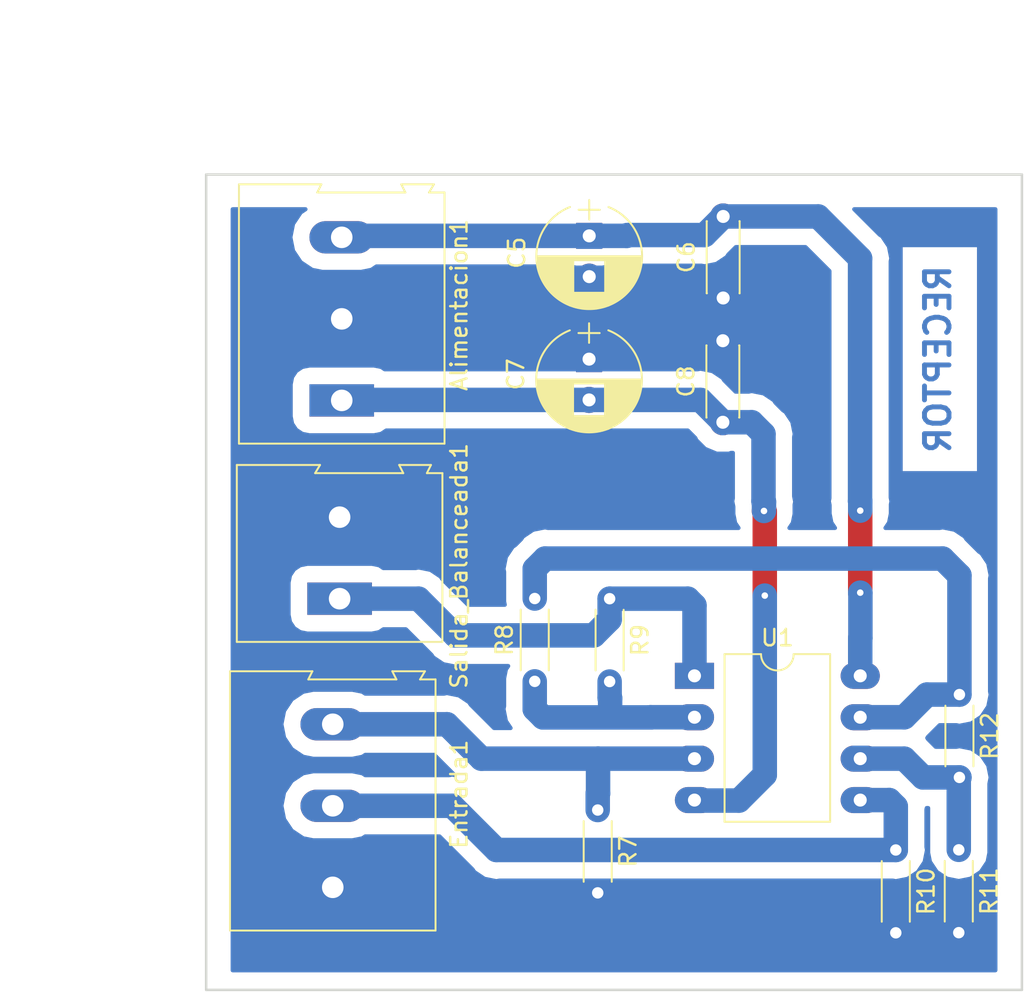
<source format=kicad_pcb>
(kicad_pcb (version 20171130) (host pcbnew 5.0.0-fee4fd1~66~ubuntu16.04.1)

  (general
    (thickness 1.6)
    (drawings 7)
    (tracks 111)
    (zones 0)
    (modules 14)
    (nets 10)
  )

  (page A4)
  (layers
    (0 F.Cu signal)
    (31 B.Cu signal)
    (32 B.Adhes user)
    (33 F.Adhes user)
    (34 B.Paste user)
    (35 F.Paste user)
    (36 B.SilkS user)
    (37 F.SilkS user)
    (38 B.Mask user)
    (39 F.Mask user)
    (40 Dwgs.User user)
    (41 Cmts.User user)
    (42 Eco1.User user)
    (43 Eco2.User user)
    (44 Edge.Cuts user)
    (45 Margin user)
    (46 B.CrtYd user)
    (47 F.CrtYd user)
    (48 B.Fab user)
    (49 F.Fab user)
  )

  (setup
    (last_trace_width 0.25)
    (user_trace_width 0.8)
    (user_trace_width 1)
    (user_trace_width 1.3)
    (user_trace_width 1.4)
    (user_trace_width 1.5)
    (user_trace_width 1.8)
    (user_trace_width 2)
    (trace_clearance 0.2)
    (zone_clearance 1)
    (zone_45_only no)
    (trace_min 0.2)
    (segment_width 0.2)
    (edge_width 0.15)
    (via_size 0.8)
    (via_drill 0.4)
    (via_min_size 0.4)
    (via_min_drill 0.3)
    (uvia_size 0.3)
    (uvia_drill 0.1)
    (uvias_allowed no)
    (uvia_min_size 0.2)
    (uvia_min_drill 0.1)
    (pcb_text_width 0.3)
    (pcb_text_size 1.5 1.5)
    (mod_edge_width 0.15)
    (mod_text_size 1 1)
    (mod_text_width 0.15)
    (pad_size 1.524 1.524)
    (pad_drill 0.762)
    (pad_to_mask_clearance 0.2)
    (aux_axis_origin 0 0)
    (visible_elements 7FFDFFFF)
    (pcbplotparams
      (layerselection 0x010fc_ffffffff)
      (usegerberextensions false)
      (usegerberattributes false)
      (usegerberadvancedattributes false)
      (creategerberjobfile false)
      (excludeedgelayer true)
      (linewidth 0.100000)
      (plotframeref false)
      (viasonmask false)
      (mode 1)
      (useauxorigin false)
      (hpglpennumber 1)
      (hpglpenspeed 20)
      (hpglpendiameter 15.000000)
      (psnegative false)
      (psa4output false)
      (plotreference true)
      (plotvalue true)
      (plotinvisibletext false)
      (padsonsilk false)
      (subtractmaskfromsilk false)
      (outputformat 1)
      (mirror false)
      (drillshape 1)
      (scaleselection 1)
      (outputdirectory ""))
  )

  (net 0 "")
  (net 1 VDD)
  (net 2 GNDREF)
  (net 3 VSS)
  (net 4 "Net-(Entrada1-Pad2)")
  (net 5 "Net-(Entrada1-Pad3)")
  (net 6 "Net-(R8-Pad1)")
  (net 7 "Net-(R12-Pad1)")
  (net 8 "Net-(R9-Pad1)")
  (net 9 "Net-(R11-Pad1)")

  (net_class Default "Esta es la clase de red por defecto."
    (clearance 0.2)
    (trace_width 0.25)
    (via_dia 0.8)
    (via_drill 0.4)
    (uvia_dia 0.3)
    (uvia_drill 0.1)
    (add_net GNDREF)
    (add_net "Net-(Entrada1-Pad2)")
    (add_net "Net-(Entrada1-Pad3)")
    (add_net "Net-(R11-Pad1)")
    (add_net "Net-(R12-Pad1)")
    (add_net "Net-(R8-Pad1)")
    (add_net "Net-(R9-Pad1)")
    (add_net VDD)
    (add_net VSS)
  )

  (module Capacitors_THT:CP_Radial_D6.3mm_P2.50mm (layer F.Cu) (tedit 597BC7C2) (tstamp 5B672C8F)
    (at 150.98 63.76 270)
    (descr "CP, Radial series, Radial, pin pitch=2.50mm, , diameter=6.3mm, Electrolytic Capacitor")
    (tags "CP Radial series Radial pin pitch 2.50mm  diameter 6.3mm Electrolytic Capacitor")
    (path /5B5E0341)
    (fp_text reference C5 (at 1.04 4.44 270) (layer F.SilkS)
      (effects (font (size 1 1) (thickness 0.15)))
    )
    (fp_text value 100uF (at 1.25 4.46 270) (layer F.Fab)
      (effects (font (size 1 1) (thickness 0.15)))
    )
    (fp_arc (start 1.25 0) (end -1.767482 -1.18) (angle 137.3) (layer F.SilkS) (width 0.12))
    (fp_arc (start 1.25 0) (end -1.767482 1.18) (angle -137.3) (layer F.SilkS) (width 0.12))
    (fp_arc (start 1.25 0) (end 4.267482 -1.18) (angle 42.7) (layer F.SilkS) (width 0.12))
    (fp_circle (center 1.25 0) (end 4.4 0) (layer F.Fab) (width 0.1))
    (fp_line (start -2.2 0) (end -1 0) (layer F.Fab) (width 0.1))
    (fp_line (start -1.6 -0.65) (end -1.6 0.65) (layer F.Fab) (width 0.1))
    (fp_line (start 1.25 -3.2) (end 1.25 3.2) (layer F.SilkS) (width 0.12))
    (fp_line (start 1.29 -3.2) (end 1.29 3.2) (layer F.SilkS) (width 0.12))
    (fp_line (start 1.33 -3.2) (end 1.33 3.2) (layer F.SilkS) (width 0.12))
    (fp_line (start 1.37 -3.198) (end 1.37 3.198) (layer F.SilkS) (width 0.12))
    (fp_line (start 1.41 -3.197) (end 1.41 3.197) (layer F.SilkS) (width 0.12))
    (fp_line (start 1.45 -3.194) (end 1.45 3.194) (layer F.SilkS) (width 0.12))
    (fp_line (start 1.49 -3.192) (end 1.49 3.192) (layer F.SilkS) (width 0.12))
    (fp_line (start 1.53 -3.188) (end 1.53 -0.98) (layer F.SilkS) (width 0.12))
    (fp_line (start 1.53 0.98) (end 1.53 3.188) (layer F.SilkS) (width 0.12))
    (fp_line (start 1.57 -3.185) (end 1.57 -0.98) (layer F.SilkS) (width 0.12))
    (fp_line (start 1.57 0.98) (end 1.57 3.185) (layer F.SilkS) (width 0.12))
    (fp_line (start 1.61 -3.18) (end 1.61 -0.98) (layer F.SilkS) (width 0.12))
    (fp_line (start 1.61 0.98) (end 1.61 3.18) (layer F.SilkS) (width 0.12))
    (fp_line (start 1.65 -3.176) (end 1.65 -0.98) (layer F.SilkS) (width 0.12))
    (fp_line (start 1.65 0.98) (end 1.65 3.176) (layer F.SilkS) (width 0.12))
    (fp_line (start 1.69 -3.17) (end 1.69 -0.98) (layer F.SilkS) (width 0.12))
    (fp_line (start 1.69 0.98) (end 1.69 3.17) (layer F.SilkS) (width 0.12))
    (fp_line (start 1.73 -3.165) (end 1.73 -0.98) (layer F.SilkS) (width 0.12))
    (fp_line (start 1.73 0.98) (end 1.73 3.165) (layer F.SilkS) (width 0.12))
    (fp_line (start 1.77 -3.158) (end 1.77 -0.98) (layer F.SilkS) (width 0.12))
    (fp_line (start 1.77 0.98) (end 1.77 3.158) (layer F.SilkS) (width 0.12))
    (fp_line (start 1.81 -3.152) (end 1.81 -0.98) (layer F.SilkS) (width 0.12))
    (fp_line (start 1.81 0.98) (end 1.81 3.152) (layer F.SilkS) (width 0.12))
    (fp_line (start 1.85 -3.144) (end 1.85 -0.98) (layer F.SilkS) (width 0.12))
    (fp_line (start 1.85 0.98) (end 1.85 3.144) (layer F.SilkS) (width 0.12))
    (fp_line (start 1.89 -3.137) (end 1.89 -0.98) (layer F.SilkS) (width 0.12))
    (fp_line (start 1.89 0.98) (end 1.89 3.137) (layer F.SilkS) (width 0.12))
    (fp_line (start 1.93 -3.128) (end 1.93 -0.98) (layer F.SilkS) (width 0.12))
    (fp_line (start 1.93 0.98) (end 1.93 3.128) (layer F.SilkS) (width 0.12))
    (fp_line (start 1.971 -3.119) (end 1.971 -0.98) (layer F.SilkS) (width 0.12))
    (fp_line (start 1.971 0.98) (end 1.971 3.119) (layer F.SilkS) (width 0.12))
    (fp_line (start 2.011 -3.11) (end 2.011 -0.98) (layer F.SilkS) (width 0.12))
    (fp_line (start 2.011 0.98) (end 2.011 3.11) (layer F.SilkS) (width 0.12))
    (fp_line (start 2.051 -3.1) (end 2.051 -0.98) (layer F.SilkS) (width 0.12))
    (fp_line (start 2.051 0.98) (end 2.051 3.1) (layer F.SilkS) (width 0.12))
    (fp_line (start 2.091 -3.09) (end 2.091 -0.98) (layer F.SilkS) (width 0.12))
    (fp_line (start 2.091 0.98) (end 2.091 3.09) (layer F.SilkS) (width 0.12))
    (fp_line (start 2.131 -3.079) (end 2.131 -0.98) (layer F.SilkS) (width 0.12))
    (fp_line (start 2.131 0.98) (end 2.131 3.079) (layer F.SilkS) (width 0.12))
    (fp_line (start 2.171 -3.067) (end 2.171 -0.98) (layer F.SilkS) (width 0.12))
    (fp_line (start 2.171 0.98) (end 2.171 3.067) (layer F.SilkS) (width 0.12))
    (fp_line (start 2.211 -3.055) (end 2.211 -0.98) (layer F.SilkS) (width 0.12))
    (fp_line (start 2.211 0.98) (end 2.211 3.055) (layer F.SilkS) (width 0.12))
    (fp_line (start 2.251 -3.042) (end 2.251 -0.98) (layer F.SilkS) (width 0.12))
    (fp_line (start 2.251 0.98) (end 2.251 3.042) (layer F.SilkS) (width 0.12))
    (fp_line (start 2.291 -3.029) (end 2.291 -0.98) (layer F.SilkS) (width 0.12))
    (fp_line (start 2.291 0.98) (end 2.291 3.029) (layer F.SilkS) (width 0.12))
    (fp_line (start 2.331 -3.015) (end 2.331 -0.98) (layer F.SilkS) (width 0.12))
    (fp_line (start 2.331 0.98) (end 2.331 3.015) (layer F.SilkS) (width 0.12))
    (fp_line (start 2.371 -3.001) (end 2.371 -0.98) (layer F.SilkS) (width 0.12))
    (fp_line (start 2.371 0.98) (end 2.371 3.001) (layer F.SilkS) (width 0.12))
    (fp_line (start 2.411 -2.986) (end 2.411 -0.98) (layer F.SilkS) (width 0.12))
    (fp_line (start 2.411 0.98) (end 2.411 2.986) (layer F.SilkS) (width 0.12))
    (fp_line (start 2.451 -2.97) (end 2.451 -0.98) (layer F.SilkS) (width 0.12))
    (fp_line (start 2.451 0.98) (end 2.451 2.97) (layer F.SilkS) (width 0.12))
    (fp_line (start 2.491 -2.954) (end 2.491 -0.98) (layer F.SilkS) (width 0.12))
    (fp_line (start 2.491 0.98) (end 2.491 2.954) (layer F.SilkS) (width 0.12))
    (fp_line (start 2.531 -2.937) (end 2.531 -0.98) (layer F.SilkS) (width 0.12))
    (fp_line (start 2.531 0.98) (end 2.531 2.937) (layer F.SilkS) (width 0.12))
    (fp_line (start 2.571 -2.919) (end 2.571 -0.98) (layer F.SilkS) (width 0.12))
    (fp_line (start 2.571 0.98) (end 2.571 2.919) (layer F.SilkS) (width 0.12))
    (fp_line (start 2.611 -2.901) (end 2.611 -0.98) (layer F.SilkS) (width 0.12))
    (fp_line (start 2.611 0.98) (end 2.611 2.901) (layer F.SilkS) (width 0.12))
    (fp_line (start 2.651 -2.882) (end 2.651 -0.98) (layer F.SilkS) (width 0.12))
    (fp_line (start 2.651 0.98) (end 2.651 2.882) (layer F.SilkS) (width 0.12))
    (fp_line (start 2.691 -2.863) (end 2.691 -0.98) (layer F.SilkS) (width 0.12))
    (fp_line (start 2.691 0.98) (end 2.691 2.863) (layer F.SilkS) (width 0.12))
    (fp_line (start 2.731 -2.843) (end 2.731 -0.98) (layer F.SilkS) (width 0.12))
    (fp_line (start 2.731 0.98) (end 2.731 2.843) (layer F.SilkS) (width 0.12))
    (fp_line (start 2.771 -2.822) (end 2.771 -0.98) (layer F.SilkS) (width 0.12))
    (fp_line (start 2.771 0.98) (end 2.771 2.822) (layer F.SilkS) (width 0.12))
    (fp_line (start 2.811 -2.8) (end 2.811 -0.98) (layer F.SilkS) (width 0.12))
    (fp_line (start 2.811 0.98) (end 2.811 2.8) (layer F.SilkS) (width 0.12))
    (fp_line (start 2.851 -2.778) (end 2.851 -0.98) (layer F.SilkS) (width 0.12))
    (fp_line (start 2.851 0.98) (end 2.851 2.778) (layer F.SilkS) (width 0.12))
    (fp_line (start 2.891 -2.755) (end 2.891 -0.98) (layer F.SilkS) (width 0.12))
    (fp_line (start 2.891 0.98) (end 2.891 2.755) (layer F.SilkS) (width 0.12))
    (fp_line (start 2.931 -2.731) (end 2.931 -0.98) (layer F.SilkS) (width 0.12))
    (fp_line (start 2.931 0.98) (end 2.931 2.731) (layer F.SilkS) (width 0.12))
    (fp_line (start 2.971 -2.706) (end 2.971 -0.98) (layer F.SilkS) (width 0.12))
    (fp_line (start 2.971 0.98) (end 2.971 2.706) (layer F.SilkS) (width 0.12))
    (fp_line (start 3.011 -2.681) (end 3.011 -0.98) (layer F.SilkS) (width 0.12))
    (fp_line (start 3.011 0.98) (end 3.011 2.681) (layer F.SilkS) (width 0.12))
    (fp_line (start 3.051 -2.654) (end 3.051 -0.98) (layer F.SilkS) (width 0.12))
    (fp_line (start 3.051 0.98) (end 3.051 2.654) (layer F.SilkS) (width 0.12))
    (fp_line (start 3.091 -2.627) (end 3.091 -0.98) (layer F.SilkS) (width 0.12))
    (fp_line (start 3.091 0.98) (end 3.091 2.627) (layer F.SilkS) (width 0.12))
    (fp_line (start 3.131 -2.599) (end 3.131 -0.98) (layer F.SilkS) (width 0.12))
    (fp_line (start 3.131 0.98) (end 3.131 2.599) (layer F.SilkS) (width 0.12))
    (fp_line (start 3.171 -2.57) (end 3.171 -0.98) (layer F.SilkS) (width 0.12))
    (fp_line (start 3.171 0.98) (end 3.171 2.57) (layer F.SilkS) (width 0.12))
    (fp_line (start 3.211 -2.54) (end 3.211 -0.98) (layer F.SilkS) (width 0.12))
    (fp_line (start 3.211 0.98) (end 3.211 2.54) (layer F.SilkS) (width 0.12))
    (fp_line (start 3.251 -2.51) (end 3.251 -0.98) (layer F.SilkS) (width 0.12))
    (fp_line (start 3.251 0.98) (end 3.251 2.51) (layer F.SilkS) (width 0.12))
    (fp_line (start 3.291 -2.478) (end 3.291 -0.98) (layer F.SilkS) (width 0.12))
    (fp_line (start 3.291 0.98) (end 3.291 2.478) (layer F.SilkS) (width 0.12))
    (fp_line (start 3.331 -2.445) (end 3.331 -0.98) (layer F.SilkS) (width 0.12))
    (fp_line (start 3.331 0.98) (end 3.331 2.445) (layer F.SilkS) (width 0.12))
    (fp_line (start 3.371 -2.411) (end 3.371 -0.98) (layer F.SilkS) (width 0.12))
    (fp_line (start 3.371 0.98) (end 3.371 2.411) (layer F.SilkS) (width 0.12))
    (fp_line (start 3.411 -2.375) (end 3.411 -0.98) (layer F.SilkS) (width 0.12))
    (fp_line (start 3.411 0.98) (end 3.411 2.375) (layer F.SilkS) (width 0.12))
    (fp_line (start 3.451 -2.339) (end 3.451 -0.98) (layer F.SilkS) (width 0.12))
    (fp_line (start 3.451 0.98) (end 3.451 2.339) (layer F.SilkS) (width 0.12))
    (fp_line (start 3.491 -2.301) (end 3.491 2.301) (layer F.SilkS) (width 0.12))
    (fp_line (start 3.531 -2.262) (end 3.531 2.262) (layer F.SilkS) (width 0.12))
    (fp_line (start 3.571 -2.222) (end 3.571 2.222) (layer F.SilkS) (width 0.12))
    (fp_line (start 3.611 -2.18) (end 3.611 2.18) (layer F.SilkS) (width 0.12))
    (fp_line (start 3.651 -2.137) (end 3.651 2.137) (layer F.SilkS) (width 0.12))
    (fp_line (start 3.691 -2.092) (end 3.691 2.092) (layer F.SilkS) (width 0.12))
    (fp_line (start 3.731 -2.045) (end 3.731 2.045) (layer F.SilkS) (width 0.12))
    (fp_line (start 3.771 -1.997) (end 3.771 1.997) (layer F.SilkS) (width 0.12))
    (fp_line (start 3.811 -1.946) (end 3.811 1.946) (layer F.SilkS) (width 0.12))
    (fp_line (start 3.851 -1.894) (end 3.851 1.894) (layer F.SilkS) (width 0.12))
    (fp_line (start 3.891 -1.839) (end 3.891 1.839) (layer F.SilkS) (width 0.12))
    (fp_line (start 3.931 -1.781) (end 3.931 1.781) (layer F.SilkS) (width 0.12))
    (fp_line (start 3.971 -1.721) (end 3.971 1.721) (layer F.SilkS) (width 0.12))
    (fp_line (start 4.011 -1.658) (end 4.011 1.658) (layer F.SilkS) (width 0.12))
    (fp_line (start 4.051 -1.591) (end 4.051 1.591) (layer F.SilkS) (width 0.12))
    (fp_line (start 4.091 -1.52) (end 4.091 1.52) (layer F.SilkS) (width 0.12))
    (fp_line (start 4.131 -1.445) (end 4.131 1.445) (layer F.SilkS) (width 0.12))
    (fp_line (start 4.171 -1.364) (end 4.171 1.364) (layer F.SilkS) (width 0.12))
    (fp_line (start 4.211 -1.278) (end 4.211 1.278) (layer F.SilkS) (width 0.12))
    (fp_line (start 4.251 -1.184) (end 4.251 1.184) (layer F.SilkS) (width 0.12))
    (fp_line (start 4.291 -1.081) (end 4.291 1.081) (layer F.SilkS) (width 0.12))
    (fp_line (start 4.331 -0.966) (end 4.331 0.966) (layer F.SilkS) (width 0.12))
    (fp_line (start 4.371 -0.834) (end 4.371 0.834) (layer F.SilkS) (width 0.12))
    (fp_line (start 4.411 -0.676) (end 4.411 0.676) (layer F.SilkS) (width 0.12))
    (fp_line (start 4.451 -0.468) (end 4.451 0.468) (layer F.SilkS) (width 0.12))
    (fp_line (start -2.2 0) (end -1 0) (layer F.SilkS) (width 0.12))
    (fp_line (start -1.6 -0.65) (end -1.6 0.65) (layer F.SilkS) (width 0.12))
    (fp_line (start -2.25 -3.5) (end -2.25 3.5) (layer F.CrtYd) (width 0.05))
    (fp_line (start -2.25 3.5) (end 4.75 3.5) (layer F.CrtYd) (width 0.05))
    (fp_line (start 4.75 3.5) (end 4.75 -3.5) (layer F.CrtYd) (width 0.05))
    (fp_line (start 4.75 -3.5) (end -2.25 -3.5) (layer F.CrtYd) (width 0.05))
    (fp_text user %R (at 1.25 0 270) (layer F.Fab)
      (effects (font (size 1 1) (thickness 0.15)))
    )
    (pad 1 thru_hole rect (at 0 0 270) (size 1.6 1.6) (drill 0.8) (layers *.Cu *.Mask)
      (net 1 VDD))
    (pad 2 thru_hole circle (at 2.5 0 270) (size 1.6 1.6) (drill 0.8) (layers *.Cu *.Mask)
      (net 2 GNDREF))
    (model ${KISYS3DMOD}/Capacitors_THT.3dshapes/CP_Radial_D6.3mm_P2.50mm.wrl
      (at (xyz 0 0 0))
      (scale (xyz 1 1 1))
      (rotate (xyz 0 0 0))
    )
  )

  (module Connectors_Terminal_Blocks:TerminalBlock_Altech_AK300-3_P5.00mm (layer F.Cu) (tedit 59FF0306) (tstamp 5B674586)
    (at 135.81 73.85 90)
    (descr "Altech AK300 terminal block, pitch 5.0mm, 45 degree angled, see http://www.mouser.com/ds/2/16/PCBMETRC-24178.pdf")
    (tags "Altech AK300 terminal block pitch 5.0mm")
    (path /5B5CD5B6)
    (fp_text reference Alimentacion1 (at 5.85 7.19 90) (layer F.SilkS)
      (effects (font (size 1 1) (thickness 0.15)))
    )
    (fp_text value "-12V 0V +12V" (at 4.95 7.3 90) (layer F.Fab)
      (effects (font (size 1 1) (thickness 0.15)))
    )
    (fp_arc (start -1.16 -4.66) (end -1.44 -4.14) (angle 104.2) (layer F.Fab) (width 0.1))
    (fp_arc (start -0.04 -3.72) (end -1.64 -5.01) (angle 100) (layer F.Fab) (width 0.1))
    (fp_arc (start 0.04 -6.08) (end 1.5 -4.13) (angle 75.5) (layer F.Fab) (width 0.1))
    (fp_arc (start 1 -4.6) (end 1.51 -5.06) (angle 90.5) (layer F.Fab) (width 0.1))
    (fp_arc (start 3.85 -4.66) (end 3.56 -4.14) (angle 104.2) (layer F.Fab) (width 0.1))
    (fp_arc (start 4.96 -3.72) (end 3.36 -5.01) (angle 100) (layer F.Fab) (width 0.1))
    (fp_arc (start 5.04 -6.08) (end 6.5 -4.13) (angle 75.5) (layer F.Fab) (width 0.1))
    (fp_arc (start 6.01 -4.6) (end 6.51 -5.06) (angle 90.5) (layer F.Fab) (width 0.1))
    (fp_arc (start 11.09 -4.6) (end 11.59 -5.06) (angle 90.5) (layer F.Fab) (width 0.1))
    (fp_arc (start 10.12 -6.08) (end 11.58 -4.13) (angle 75.5) (layer F.Fab) (width 0.1))
    (fp_arc (start 10.04 -3.72) (end 8.44 -5.01) (angle 100) (layer F.Fab) (width 0.1))
    (fp_arc (start 8.93 -4.66) (end 8.64 -4.14) (angle 104.2) (layer F.Fab) (width 0.1))
    (fp_line (start 13.42 6.46) (end -2.83 6.46) (layer F.CrtYd) (width 0.05))
    (fp_line (start 13.42 6.46) (end 13.42 -6.48) (layer F.CrtYd) (width 0.05))
    (fp_line (start -2.83 -6.48) (end -2.83 6.46) (layer F.CrtYd) (width 0.05))
    (fp_line (start -2.83 -6.48) (end 13.42 -6.48) (layer F.CrtYd) (width 0.05))
    (fp_line (start 3.34 -0.26) (end 6.64 -0.26) (layer F.Fab) (width 0.1))
    (fp_line (start 2.96 -0.26) (end 3.34 -0.26) (layer F.Fab) (width 0.1))
    (fp_line (start 7.02 -0.26) (end 6.64 -0.26) (layer F.Fab) (width 0.1))
    (fp_line (start 1.64 -0.26) (end -1.67 -0.26) (layer F.Fab) (width 0.1))
    (fp_line (start 2.02 -0.26) (end 1.64 -0.26) (layer F.Fab) (width 0.1))
    (fp_line (start -2.05 -0.26) (end -1.67 -0.26) (layer F.Fab) (width 0.1))
    (fp_line (start -1.51 -4.33) (end 1.53 -4.96) (layer F.Fab) (width 0.1))
    (fp_line (start -1.64 -4.46) (end 1.41 -5.09) (layer F.Fab) (width 0.1))
    (fp_line (start 3.49 -4.33) (end 6.54 -4.96) (layer F.Fab) (width 0.1))
    (fp_line (start 3.36 -4.46) (end 6.41 -5.09) (layer F.Fab) (width 0.1))
    (fp_line (start 2.02 -5.98) (end -2.05 -5.98) (layer F.Fab) (width 0.1))
    (fp_line (start -2.05 -3.44) (end -2.05 -5.98) (layer F.Fab) (width 0.1))
    (fp_line (start 2.02 -3.44) (end -2.05 -3.44) (layer F.Fab) (width 0.1))
    (fp_line (start 2.02 -3.44) (end 2.02 -5.98) (layer F.Fab) (width 0.1))
    (fp_line (start 7.02 -3.44) (end 2.96 -3.44) (layer F.Fab) (width 0.1))
    (fp_line (start 7.02 -5.98) (end 7.02 -3.44) (layer F.Fab) (width 0.1))
    (fp_line (start 2.96 -5.98) (end 7.02 -5.98) (layer F.Fab) (width 0.1))
    (fp_line (start 2.96 -3.44) (end 2.96 -5.98) (layer F.Fab) (width 0.1))
    (fp_line (start -2.58 -3.19) (end -2.58 -6.23) (layer F.Fab) (width 0.1))
    (fp_line (start -2.58 -3.19) (end 7.58 -3.19) (layer F.Fab) (width 0.1))
    (fp_line (start -2.58 -0.65) (end -2.58 -3.19) (layer F.Fab) (width 0.1))
    (fp_line (start -2.58 6.21) (end -2.58 -0.65) (layer F.Fab) (width 0.1))
    (fp_line (start 6.64 0.5) (end 6.26 0.5) (layer F.Fab) (width 0.1))
    (fp_line (start 3.34 0.5) (end 3.72 0.5) (layer F.Fab) (width 0.1))
    (fp_line (start 1.64 0.5) (end 1.26 0.5) (layer F.Fab) (width 0.1))
    (fp_line (start -1.67 0.5) (end -1.28 0.5) (layer F.Fab) (width 0.1))
    (fp_line (start -1.67 3.67) (end -1.67 0.5) (layer F.Fab) (width 0.1))
    (fp_line (start 1.64 3.67) (end -1.67 3.67) (layer F.Fab) (width 0.1))
    (fp_line (start 1.64 3.67) (end 1.64 0.5) (layer F.Fab) (width 0.1))
    (fp_line (start 3.34 3.67) (end 3.34 0.5) (layer F.Fab) (width 0.1))
    (fp_line (start 6.64 3.67) (end 3.34 3.67) (layer F.Fab) (width 0.1))
    (fp_line (start 6.64 3.67) (end 6.64 0.5) (layer F.Fab) (width 0.1))
    (fp_line (start -2.05 4.31) (end -2.05 6.21) (layer F.Fab) (width 0.1))
    (fp_line (start 2.02 4.31) (end 2.02 -0.26) (layer F.Fab) (width 0.1))
    (fp_line (start 2.02 4.31) (end -2.05 4.31) (layer F.Fab) (width 0.1))
    (fp_line (start 7.02 4.31) (end 7.02 6.21) (layer F.Fab) (width 0.1))
    (fp_line (start 2.96 4.31) (end 2.96 -0.26) (layer F.Fab) (width 0.1))
    (fp_line (start 2.96 4.31) (end 7.02 4.31) (layer F.Fab) (width 0.1))
    (fp_line (start -2.05 6.21) (end 2.02 6.21) (layer F.Fab) (width 0.1))
    (fp_line (start -2.58 6.21) (end -2.05 6.21) (layer F.Fab) (width 0.1))
    (fp_line (start -2.05 -0.26) (end -2.05 4.31) (layer F.Fab) (width 0.1))
    (fp_line (start 2.02 6.21) (end 2.96 6.21) (layer F.Fab) (width 0.1))
    (fp_line (start 2.02 6.21) (end 2.02 4.31) (layer F.Fab) (width 0.1))
    (fp_line (start 7.02 6.21) (end 7.58 6.21) (layer F.Fab) (width 0.1))
    (fp_line (start 2.96 6.21) (end 7.02 6.21) (layer F.Fab) (width 0.1))
    (fp_line (start 7.02 -0.26) (end 7.02 4.31) (layer F.Fab) (width 0.1))
    (fp_line (start 2.96 6.21) (end 2.96 4.31) (layer F.Fab) (width 0.1))
    (fp_line (start 8.02 4.05) (end 8.02 5.2) (layer F.Fab) (width 0.1))
    (fp_line (start 8.02 5.2) (end 8.02 6.21) (layer F.Fab) (width 0.1))
    (fp_line (start 3.72 2.53) (end 3.72 -0.26) (layer F.Fab) (width 0.1))
    (fp_line (start 3.72 -0.26) (end 6.26 -0.26) (layer F.Fab) (width 0.1))
    (fp_line (start 6.26 2.53) (end 6.26 -0.26) (layer F.Fab) (width 0.1))
    (fp_line (start 3.72 2.53) (end 6.26 2.53) (layer F.Fab) (width 0.1))
    (fp_line (start -1.28 2.53) (end -1.28 -0.26) (layer F.Fab) (width 0.1))
    (fp_line (start -1.28 -0.26) (end 1.26 -0.26) (layer F.Fab) (width 0.1))
    (fp_line (start 1.26 2.53) (end 1.26 -0.26) (layer F.Fab) (width 0.1))
    (fp_line (start -1.28 2.53) (end 1.26 2.53) (layer F.Fab) (width 0.1))
    (fp_line (start 8.8 2.53) (end 11.34 2.53) (layer F.Fab) (width 0.1))
    (fp_line (start 11.34 2.53) (end 11.34 -0.26) (layer F.Fab) (width 0.1))
    (fp_line (start 8.8 -0.26) (end 11.34 -0.26) (layer F.Fab) (width 0.1))
    (fp_line (start 8.8 2.53) (end 8.8 -0.26) (layer F.Fab) (width 0.1))
    (fp_line (start 12.66 -6.23) (end 12.66 -3.19) (layer F.Fab) (width 0.1))
    (fp_line (start 12.66 -6.23) (end 13.17 -6.23) (layer F.Fab) (width 0.1))
    (fp_line (start 13.17 -6.23) (end 13.17 -1.41) (layer F.Fab) (width 0.1))
    (fp_line (start 13.17 -1.41) (end 12.66 -1.66) (layer F.Fab) (width 0.1))
    (fp_line (start 13.17 5.45) (end 12.66 5.2) (layer F.Fab) (width 0.1))
    (fp_line (start 12.66 5.2) (end 12.66 6.21) (layer F.Fab) (width 0.1))
    (fp_line (start 13.17 3.8) (end 12.66 4.05) (layer F.Fab) (width 0.1))
    (fp_line (start 12.66 4.05) (end 12.66 5.2) (layer F.Fab) (width 0.1))
    (fp_line (start 13.17 3.8) (end 13.17 5.45) (layer F.Fab) (width 0.1))
    (fp_line (start 8.04 6.21) (end 8.04 4.31) (layer F.Fab) (width 0.1))
    (fp_line (start 12.1 -0.26) (end 12.1 4.31) (layer F.Fab) (width 0.1))
    (fp_line (start 12.1 6.21) (end 12.66 6.21) (layer F.Fab) (width 0.1))
    (fp_line (start 8.04 4.31) (end 12.1 4.31) (layer F.Fab) (width 0.1))
    (fp_line (start 12.1 4.31) (end 12.1 6.21) (layer F.Fab) (width 0.1))
    (fp_line (start 11.72 3.67) (end 11.72 0.5) (layer F.Fab) (width 0.1))
    (fp_line (start 11.72 3.67) (end 8.42 3.67) (layer F.Fab) (width 0.1))
    (fp_line (start 8.42 3.67) (end 8.42 0.5) (layer F.Fab) (width 0.1))
    (fp_line (start 8.42 0.5) (end 8.8 0.5) (layer F.Fab) (width 0.1))
    (fp_line (start 11.72 0.5) (end 11.34 0.5) (layer F.Fab) (width 0.1))
    (fp_line (start 12.66 -1.66) (end 12.66 -0.65) (layer F.Fab) (width 0.1))
    (fp_line (start 12.66 -0.65) (end 12.66 4.05) (layer F.Fab) (width 0.1))
    (fp_line (start 12.66 -3.19) (end 12.66 -1.66) (layer F.Fab) (width 0.1))
    (fp_line (start 8.04 -3.44) (end 8.04 -5.98) (layer F.Fab) (width 0.1))
    (fp_line (start 8.04 -5.98) (end 12.1 -5.98) (layer F.Fab) (width 0.1))
    (fp_line (start 12.1 -5.98) (end 12.1 -3.44) (layer F.Fab) (width 0.1))
    (fp_line (start 12.1 -3.44) (end 8.04 -3.44) (layer F.Fab) (width 0.1))
    (fp_line (start 8.44 -4.46) (end 11.49 -5.09) (layer F.Fab) (width 0.1))
    (fp_line (start 8.57 -4.33) (end 11.62 -4.96) (layer F.Fab) (width 0.1))
    (fp_line (start 12.1 -0.26) (end 11.72 -0.26) (layer F.Fab) (width 0.1))
    (fp_line (start 8.04 -0.26) (end 8.42 -0.26) (layer F.Fab) (width 0.1))
    (fp_line (start 8.42 -0.26) (end 11.72 -0.26) (layer F.Fab) (width 0.1))
    (fp_line (start -2.58 -6.23) (end 12.66 -6.23) (layer F.Fab) (width 0.1))
    (fp_line (start 7.58 -3.19) (end 12.6 -3.19) (layer F.Fab) (width 0.1))
    (fp_line (start 12.09 6.21) (end 7.58 6.21) (layer F.Fab) (width 0.1))
    (fp_line (start 8.02 3.99) (end 8.02 -0.26) (layer F.Fab) (width 0.1))
    (fp_line (start 12.66 -0.65) (end -2.52 -0.65) (layer F.Fab) (width 0.1))
    (fp_line (start 13.25 -6.3) (end -2.65 -6.3) (layer F.SilkS) (width 0.12))
    (fp_line (start 13.25 -1.25) (end 13.25 -6.3) (layer F.SilkS) (width 0.12))
    (fp_line (start 12.75 -1.5) (end 13.25 -1.25) (layer F.SilkS) (width 0.12))
    (fp_line (start 12.75 3.9) (end 12.75 -1.5) (layer F.SilkS) (width 0.12))
    (fp_line (start 13.25 3.65) (end 12.75 3.9) (layer F.SilkS) (width 0.12))
    (fp_line (start 13.25 5.65) (end 13.25 3.65) (layer F.SilkS) (width 0.12))
    (fp_line (start 12.75 5.35) (end 13.25 5.65) (layer F.SilkS) (width 0.12))
    (fp_line (start 12.75 6.3) (end 12.75 5.35) (layer F.SilkS) (width 0.12))
    (fp_line (start -2.65 6.3) (end 12.75 6.3) (layer F.SilkS) (width 0.12))
    (fp_line (start -2.65 -6.3) (end -2.65 6.3) (layer F.SilkS) (width 0.12))
    (fp_text user %R (at 5 -2 90) (layer F.Fab)
      (effects (font (size 1 1) (thickness 0.15)))
    )
    (pad 3 thru_hole oval (at 10 0 90) (size 1.98 3.96) (drill 1.32) (layers *.Cu *.Mask)
      (net 1 VDD))
    (pad 2 thru_hole oval (at 5 0 90) (size 1.98 3.96) (drill 1.32) (layers *.Cu *.Mask)
      (net 2 GNDREF))
    (pad 1 thru_hole rect (at 0 0 90) (size 1.98 3.96) (drill 1.32) (layers *.Cu *.Mask)
      (net 3 VSS))
    (model ${KISYS3DMOD}/Terminal_Blocks.3dshapes/TerminalBlock_Altech_AK300-3_P5.00mm.wrl
      (at (xyz 0 0 0))
      (scale (xyz 1 1 1))
      (rotate (xyz 0 0 0))
    )
  )

  (module Capacitors_THT:C_Disc_D4.3mm_W1.9mm_P5.00mm (layer F.Cu) (tedit 597BC7C2) (tstamp 5B672A80)
    (at 159.19 67.57 90)
    (descr "C, Disc series, Radial, pin pitch=5.00mm, , diameter*width=4.3*1.9mm^2, Capacitor, http://www.vishay.com/docs/45233/krseries.pdf")
    (tags "C Disc series Radial pin pitch 5.00mm  diameter 4.3mm width 1.9mm Capacitor")
    (path /5B5CB559)
    (fp_text reference C6 (at 2.5 -2.26 90) (layer F.SilkS)
      (effects (font (size 1 1) (thickness 0.15)))
    )
    (fp_text value 0,1uF (at 2.5 2.26 90) (layer F.Fab)
      (effects (font (size 1 1) (thickness 0.15)))
    )
    (fp_text user %R (at 2.5 0 90) (layer F.Fab)
      (effects (font (size 1 1) (thickness 0.15)))
    )
    (fp_line (start 6.05 -1.3) (end -1.05 -1.3) (layer F.CrtYd) (width 0.05))
    (fp_line (start 6.05 1.3) (end 6.05 -1.3) (layer F.CrtYd) (width 0.05))
    (fp_line (start -1.05 1.3) (end 6.05 1.3) (layer F.CrtYd) (width 0.05))
    (fp_line (start -1.05 -1.3) (end -1.05 1.3) (layer F.CrtYd) (width 0.05))
    (fp_line (start 4.71 0.996) (end 4.71 1.01) (layer F.SilkS) (width 0.12))
    (fp_line (start 4.71 -1.01) (end 4.71 -0.996) (layer F.SilkS) (width 0.12))
    (fp_line (start 0.29 0.996) (end 0.29 1.01) (layer F.SilkS) (width 0.12))
    (fp_line (start 0.29 -1.01) (end 0.29 -0.996) (layer F.SilkS) (width 0.12))
    (fp_line (start 0.29 1.01) (end 4.71 1.01) (layer F.SilkS) (width 0.12))
    (fp_line (start 0.29 -1.01) (end 4.71 -1.01) (layer F.SilkS) (width 0.12))
    (fp_line (start 4.65 -0.95) (end 0.35 -0.95) (layer F.Fab) (width 0.1))
    (fp_line (start 4.65 0.95) (end 4.65 -0.95) (layer F.Fab) (width 0.1))
    (fp_line (start 0.35 0.95) (end 4.65 0.95) (layer F.Fab) (width 0.1))
    (fp_line (start 0.35 -0.95) (end 0.35 0.95) (layer F.Fab) (width 0.1))
    (pad 2 thru_hole circle (at 5 0 90) (size 1.6 1.6) (drill 0.8) (layers *.Cu *.Mask)
      (net 1 VDD))
    (pad 1 thru_hole circle (at 0 0 90) (size 1.6 1.6) (drill 0.8) (layers *.Cu *.Mask)
      (net 2 GNDREF))
    (model ${KISYS3DMOD}/Capacitors_THT.3dshapes/C_Disc_D4.3mm_W1.9mm_P5.00mm.wrl
      (at (xyz 0 0 0))
      (scale (xyz 1 1 1))
      (rotate (xyz 0 0 0))
    )
  )

  (module Capacitors_THT:CP_Radial_D6.3mm_P2.50mm (layer F.Cu) (tedit 597BC7C2) (tstamp 5B5CC4A8)
    (at 150.97 71.32 270)
    (descr "CP, Radial series, Radial, pin pitch=2.50mm, , diameter=6.3mm, Electrolytic Capacitor")
    (tags "CP Radial series Radial pin pitch 2.50mm  diameter 6.3mm Electrolytic Capacitor")
    (path /5B5DECC4)
    (fp_text reference C7 (at 0.93 4.49 270) (layer F.SilkS)
      (effects (font (size 1 1) (thickness 0.15)))
    )
    (fp_text value 100uF (at 1.25 4.46 270) (layer F.Fab)
      (effects (font (size 1 1) (thickness 0.15)))
    )
    (fp_text user %R (at 1.25 0 270) (layer F.Fab)
      (effects (font (size 1 1) (thickness 0.15)))
    )
    (fp_line (start 4.75 -3.5) (end -2.25 -3.5) (layer F.CrtYd) (width 0.05))
    (fp_line (start 4.75 3.5) (end 4.75 -3.5) (layer F.CrtYd) (width 0.05))
    (fp_line (start -2.25 3.5) (end 4.75 3.5) (layer F.CrtYd) (width 0.05))
    (fp_line (start -2.25 -3.5) (end -2.25 3.5) (layer F.CrtYd) (width 0.05))
    (fp_line (start -1.6 -0.65) (end -1.6 0.65) (layer F.SilkS) (width 0.12))
    (fp_line (start -2.2 0) (end -1 0) (layer F.SilkS) (width 0.12))
    (fp_line (start 4.451 -0.468) (end 4.451 0.468) (layer F.SilkS) (width 0.12))
    (fp_line (start 4.411 -0.676) (end 4.411 0.676) (layer F.SilkS) (width 0.12))
    (fp_line (start 4.371 -0.834) (end 4.371 0.834) (layer F.SilkS) (width 0.12))
    (fp_line (start 4.331 -0.966) (end 4.331 0.966) (layer F.SilkS) (width 0.12))
    (fp_line (start 4.291 -1.081) (end 4.291 1.081) (layer F.SilkS) (width 0.12))
    (fp_line (start 4.251 -1.184) (end 4.251 1.184) (layer F.SilkS) (width 0.12))
    (fp_line (start 4.211 -1.278) (end 4.211 1.278) (layer F.SilkS) (width 0.12))
    (fp_line (start 4.171 -1.364) (end 4.171 1.364) (layer F.SilkS) (width 0.12))
    (fp_line (start 4.131 -1.445) (end 4.131 1.445) (layer F.SilkS) (width 0.12))
    (fp_line (start 4.091 -1.52) (end 4.091 1.52) (layer F.SilkS) (width 0.12))
    (fp_line (start 4.051 -1.591) (end 4.051 1.591) (layer F.SilkS) (width 0.12))
    (fp_line (start 4.011 -1.658) (end 4.011 1.658) (layer F.SilkS) (width 0.12))
    (fp_line (start 3.971 -1.721) (end 3.971 1.721) (layer F.SilkS) (width 0.12))
    (fp_line (start 3.931 -1.781) (end 3.931 1.781) (layer F.SilkS) (width 0.12))
    (fp_line (start 3.891 -1.839) (end 3.891 1.839) (layer F.SilkS) (width 0.12))
    (fp_line (start 3.851 -1.894) (end 3.851 1.894) (layer F.SilkS) (width 0.12))
    (fp_line (start 3.811 -1.946) (end 3.811 1.946) (layer F.SilkS) (width 0.12))
    (fp_line (start 3.771 -1.997) (end 3.771 1.997) (layer F.SilkS) (width 0.12))
    (fp_line (start 3.731 -2.045) (end 3.731 2.045) (layer F.SilkS) (width 0.12))
    (fp_line (start 3.691 -2.092) (end 3.691 2.092) (layer F.SilkS) (width 0.12))
    (fp_line (start 3.651 -2.137) (end 3.651 2.137) (layer F.SilkS) (width 0.12))
    (fp_line (start 3.611 -2.18) (end 3.611 2.18) (layer F.SilkS) (width 0.12))
    (fp_line (start 3.571 -2.222) (end 3.571 2.222) (layer F.SilkS) (width 0.12))
    (fp_line (start 3.531 -2.262) (end 3.531 2.262) (layer F.SilkS) (width 0.12))
    (fp_line (start 3.491 -2.301) (end 3.491 2.301) (layer F.SilkS) (width 0.12))
    (fp_line (start 3.451 0.98) (end 3.451 2.339) (layer F.SilkS) (width 0.12))
    (fp_line (start 3.451 -2.339) (end 3.451 -0.98) (layer F.SilkS) (width 0.12))
    (fp_line (start 3.411 0.98) (end 3.411 2.375) (layer F.SilkS) (width 0.12))
    (fp_line (start 3.411 -2.375) (end 3.411 -0.98) (layer F.SilkS) (width 0.12))
    (fp_line (start 3.371 0.98) (end 3.371 2.411) (layer F.SilkS) (width 0.12))
    (fp_line (start 3.371 -2.411) (end 3.371 -0.98) (layer F.SilkS) (width 0.12))
    (fp_line (start 3.331 0.98) (end 3.331 2.445) (layer F.SilkS) (width 0.12))
    (fp_line (start 3.331 -2.445) (end 3.331 -0.98) (layer F.SilkS) (width 0.12))
    (fp_line (start 3.291 0.98) (end 3.291 2.478) (layer F.SilkS) (width 0.12))
    (fp_line (start 3.291 -2.478) (end 3.291 -0.98) (layer F.SilkS) (width 0.12))
    (fp_line (start 3.251 0.98) (end 3.251 2.51) (layer F.SilkS) (width 0.12))
    (fp_line (start 3.251 -2.51) (end 3.251 -0.98) (layer F.SilkS) (width 0.12))
    (fp_line (start 3.211 0.98) (end 3.211 2.54) (layer F.SilkS) (width 0.12))
    (fp_line (start 3.211 -2.54) (end 3.211 -0.98) (layer F.SilkS) (width 0.12))
    (fp_line (start 3.171 0.98) (end 3.171 2.57) (layer F.SilkS) (width 0.12))
    (fp_line (start 3.171 -2.57) (end 3.171 -0.98) (layer F.SilkS) (width 0.12))
    (fp_line (start 3.131 0.98) (end 3.131 2.599) (layer F.SilkS) (width 0.12))
    (fp_line (start 3.131 -2.599) (end 3.131 -0.98) (layer F.SilkS) (width 0.12))
    (fp_line (start 3.091 0.98) (end 3.091 2.627) (layer F.SilkS) (width 0.12))
    (fp_line (start 3.091 -2.627) (end 3.091 -0.98) (layer F.SilkS) (width 0.12))
    (fp_line (start 3.051 0.98) (end 3.051 2.654) (layer F.SilkS) (width 0.12))
    (fp_line (start 3.051 -2.654) (end 3.051 -0.98) (layer F.SilkS) (width 0.12))
    (fp_line (start 3.011 0.98) (end 3.011 2.681) (layer F.SilkS) (width 0.12))
    (fp_line (start 3.011 -2.681) (end 3.011 -0.98) (layer F.SilkS) (width 0.12))
    (fp_line (start 2.971 0.98) (end 2.971 2.706) (layer F.SilkS) (width 0.12))
    (fp_line (start 2.971 -2.706) (end 2.971 -0.98) (layer F.SilkS) (width 0.12))
    (fp_line (start 2.931 0.98) (end 2.931 2.731) (layer F.SilkS) (width 0.12))
    (fp_line (start 2.931 -2.731) (end 2.931 -0.98) (layer F.SilkS) (width 0.12))
    (fp_line (start 2.891 0.98) (end 2.891 2.755) (layer F.SilkS) (width 0.12))
    (fp_line (start 2.891 -2.755) (end 2.891 -0.98) (layer F.SilkS) (width 0.12))
    (fp_line (start 2.851 0.98) (end 2.851 2.778) (layer F.SilkS) (width 0.12))
    (fp_line (start 2.851 -2.778) (end 2.851 -0.98) (layer F.SilkS) (width 0.12))
    (fp_line (start 2.811 0.98) (end 2.811 2.8) (layer F.SilkS) (width 0.12))
    (fp_line (start 2.811 -2.8) (end 2.811 -0.98) (layer F.SilkS) (width 0.12))
    (fp_line (start 2.771 0.98) (end 2.771 2.822) (layer F.SilkS) (width 0.12))
    (fp_line (start 2.771 -2.822) (end 2.771 -0.98) (layer F.SilkS) (width 0.12))
    (fp_line (start 2.731 0.98) (end 2.731 2.843) (layer F.SilkS) (width 0.12))
    (fp_line (start 2.731 -2.843) (end 2.731 -0.98) (layer F.SilkS) (width 0.12))
    (fp_line (start 2.691 0.98) (end 2.691 2.863) (layer F.SilkS) (width 0.12))
    (fp_line (start 2.691 -2.863) (end 2.691 -0.98) (layer F.SilkS) (width 0.12))
    (fp_line (start 2.651 0.98) (end 2.651 2.882) (layer F.SilkS) (width 0.12))
    (fp_line (start 2.651 -2.882) (end 2.651 -0.98) (layer F.SilkS) (width 0.12))
    (fp_line (start 2.611 0.98) (end 2.611 2.901) (layer F.SilkS) (width 0.12))
    (fp_line (start 2.611 -2.901) (end 2.611 -0.98) (layer F.SilkS) (width 0.12))
    (fp_line (start 2.571 0.98) (end 2.571 2.919) (layer F.SilkS) (width 0.12))
    (fp_line (start 2.571 -2.919) (end 2.571 -0.98) (layer F.SilkS) (width 0.12))
    (fp_line (start 2.531 0.98) (end 2.531 2.937) (layer F.SilkS) (width 0.12))
    (fp_line (start 2.531 -2.937) (end 2.531 -0.98) (layer F.SilkS) (width 0.12))
    (fp_line (start 2.491 0.98) (end 2.491 2.954) (layer F.SilkS) (width 0.12))
    (fp_line (start 2.491 -2.954) (end 2.491 -0.98) (layer F.SilkS) (width 0.12))
    (fp_line (start 2.451 0.98) (end 2.451 2.97) (layer F.SilkS) (width 0.12))
    (fp_line (start 2.451 -2.97) (end 2.451 -0.98) (layer F.SilkS) (width 0.12))
    (fp_line (start 2.411 0.98) (end 2.411 2.986) (layer F.SilkS) (width 0.12))
    (fp_line (start 2.411 -2.986) (end 2.411 -0.98) (layer F.SilkS) (width 0.12))
    (fp_line (start 2.371 0.98) (end 2.371 3.001) (layer F.SilkS) (width 0.12))
    (fp_line (start 2.371 -3.001) (end 2.371 -0.98) (layer F.SilkS) (width 0.12))
    (fp_line (start 2.331 0.98) (end 2.331 3.015) (layer F.SilkS) (width 0.12))
    (fp_line (start 2.331 -3.015) (end 2.331 -0.98) (layer F.SilkS) (width 0.12))
    (fp_line (start 2.291 0.98) (end 2.291 3.029) (layer F.SilkS) (width 0.12))
    (fp_line (start 2.291 -3.029) (end 2.291 -0.98) (layer F.SilkS) (width 0.12))
    (fp_line (start 2.251 0.98) (end 2.251 3.042) (layer F.SilkS) (width 0.12))
    (fp_line (start 2.251 -3.042) (end 2.251 -0.98) (layer F.SilkS) (width 0.12))
    (fp_line (start 2.211 0.98) (end 2.211 3.055) (layer F.SilkS) (width 0.12))
    (fp_line (start 2.211 -3.055) (end 2.211 -0.98) (layer F.SilkS) (width 0.12))
    (fp_line (start 2.171 0.98) (end 2.171 3.067) (layer F.SilkS) (width 0.12))
    (fp_line (start 2.171 -3.067) (end 2.171 -0.98) (layer F.SilkS) (width 0.12))
    (fp_line (start 2.131 0.98) (end 2.131 3.079) (layer F.SilkS) (width 0.12))
    (fp_line (start 2.131 -3.079) (end 2.131 -0.98) (layer F.SilkS) (width 0.12))
    (fp_line (start 2.091 0.98) (end 2.091 3.09) (layer F.SilkS) (width 0.12))
    (fp_line (start 2.091 -3.09) (end 2.091 -0.98) (layer F.SilkS) (width 0.12))
    (fp_line (start 2.051 0.98) (end 2.051 3.1) (layer F.SilkS) (width 0.12))
    (fp_line (start 2.051 -3.1) (end 2.051 -0.98) (layer F.SilkS) (width 0.12))
    (fp_line (start 2.011 0.98) (end 2.011 3.11) (layer F.SilkS) (width 0.12))
    (fp_line (start 2.011 -3.11) (end 2.011 -0.98) (layer F.SilkS) (width 0.12))
    (fp_line (start 1.971 0.98) (end 1.971 3.119) (layer F.SilkS) (width 0.12))
    (fp_line (start 1.971 -3.119) (end 1.971 -0.98) (layer F.SilkS) (width 0.12))
    (fp_line (start 1.93 0.98) (end 1.93 3.128) (layer F.SilkS) (width 0.12))
    (fp_line (start 1.93 -3.128) (end 1.93 -0.98) (layer F.SilkS) (width 0.12))
    (fp_line (start 1.89 0.98) (end 1.89 3.137) (layer F.SilkS) (width 0.12))
    (fp_line (start 1.89 -3.137) (end 1.89 -0.98) (layer F.SilkS) (width 0.12))
    (fp_line (start 1.85 0.98) (end 1.85 3.144) (layer F.SilkS) (width 0.12))
    (fp_line (start 1.85 -3.144) (end 1.85 -0.98) (layer F.SilkS) (width 0.12))
    (fp_line (start 1.81 0.98) (end 1.81 3.152) (layer F.SilkS) (width 0.12))
    (fp_line (start 1.81 -3.152) (end 1.81 -0.98) (layer F.SilkS) (width 0.12))
    (fp_line (start 1.77 0.98) (end 1.77 3.158) (layer F.SilkS) (width 0.12))
    (fp_line (start 1.77 -3.158) (end 1.77 -0.98) (layer F.SilkS) (width 0.12))
    (fp_line (start 1.73 0.98) (end 1.73 3.165) (layer F.SilkS) (width 0.12))
    (fp_line (start 1.73 -3.165) (end 1.73 -0.98) (layer F.SilkS) (width 0.12))
    (fp_line (start 1.69 0.98) (end 1.69 3.17) (layer F.SilkS) (width 0.12))
    (fp_line (start 1.69 -3.17) (end 1.69 -0.98) (layer F.SilkS) (width 0.12))
    (fp_line (start 1.65 0.98) (end 1.65 3.176) (layer F.SilkS) (width 0.12))
    (fp_line (start 1.65 -3.176) (end 1.65 -0.98) (layer F.SilkS) (width 0.12))
    (fp_line (start 1.61 0.98) (end 1.61 3.18) (layer F.SilkS) (width 0.12))
    (fp_line (start 1.61 -3.18) (end 1.61 -0.98) (layer F.SilkS) (width 0.12))
    (fp_line (start 1.57 0.98) (end 1.57 3.185) (layer F.SilkS) (width 0.12))
    (fp_line (start 1.57 -3.185) (end 1.57 -0.98) (layer F.SilkS) (width 0.12))
    (fp_line (start 1.53 0.98) (end 1.53 3.188) (layer F.SilkS) (width 0.12))
    (fp_line (start 1.53 -3.188) (end 1.53 -0.98) (layer F.SilkS) (width 0.12))
    (fp_line (start 1.49 -3.192) (end 1.49 3.192) (layer F.SilkS) (width 0.12))
    (fp_line (start 1.45 -3.194) (end 1.45 3.194) (layer F.SilkS) (width 0.12))
    (fp_line (start 1.41 -3.197) (end 1.41 3.197) (layer F.SilkS) (width 0.12))
    (fp_line (start 1.37 -3.198) (end 1.37 3.198) (layer F.SilkS) (width 0.12))
    (fp_line (start 1.33 -3.2) (end 1.33 3.2) (layer F.SilkS) (width 0.12))
    (fp_line (start 1.29 -3.2) (end 1.29 3.2) (layer F.SilkS) (width 0.12))
    (fp_line (start 1.25 -3.2) (end 1.25 3.2) (layer F.SilkS) (width 0.12))
    (fp_line (start -1.6 -0.65) (end -1.6 0.65) (layer F.Fab) (width 0.1))
    (fp_line (start -2.2 0) (end -1 0) (layer F.Fab) (width 0.1))
    (fp_circle (center 1.25 0) (end 4.4 0) (layer F.Fab) (width 0.1))
    (fp_arc (start 1.25 0) (end 4.267482 -1.18) (angle 42.7) (layer F.SilkS) (width 0.12))
    (fp_arc (start 1.25 0) (end -1.767482 1.18) (angle -137.3) (layer F.SilkS) (width 0.12))
    (fp_arc (start 1.25 0) (end -1.767482 -1.18) (angle 137.3) (layer F.SilkS) (width 0.12))
    (pad 2 thru_hole circle (at 2.5 0 270) (size 1.6 1.6) (drill 0.8) (layers *.Cu *.Mask)
      (net 3 VSS))
    (pad 1 thru_hole rect (at 0 0 270) (size 1.6 1.6) (drill 0.8) (layers *.Cu *.Mask)
      (net 2 GNDREF))
    (model ${KISYS3DMOD}/Capacitors_THT.3dshapes/CP_Radial_D6.3mm_P2.50mm.wrl
      (at (xyz 0 0 0))
      (scale (xyz 1 1 1))
      (rotate (xyz 0 0 0))
    )
  )

  (module Capacitors_THT:C_Disc_D4.3mm_W1.9mm_P5.00mm (layer F.Cu) (tedit 597BC7C2) (tstamp 5B5E1122)
    (at 159.17 75.19 90)
    (descr "C, Disc series, Radial, pin pitch=5.00mm, , diameter*width=4.3*1.9mm^2, Capacitor, http://www.vishay.com/docs/45233/krseries.pdf")
    (tags "C Disc series Radial pin pitch 5.00mm  diameter 4.3mm width 1.9mm Capacitor")
    (path /5B5CB591)
    (fp_text reference C8 (at 2.5 -2.26 90) (layer F.SilkS)
      (effects (font (size 1 1) (thickness 0.15)))
    )
    (fp_text value 0,1uF (at 2.5 2.26 90) (layer F.Fab)
      (effects (font (size 1 1) (thickness 0.15)))
    )
    (fp_line (start 0.35 -0.95) (end 0.35 0.95) (layer F.Fab) (width 0.1))
    (fp_line (start 0.35 0.95) (end 4.65 0.95) (layer F.Fab) (width 0.1))
    (fp_line (start 4.65 0.95) (end 4.65 -0.95) (layer F.Fab) (width 0.1))
    (fp_line (start 4.65 -0.95) (end 0.35 -0.95) (layer F.Fab) (width 0.1))
    (fp_line (start 0.29 -1.01) (end 4.71 -1.01) (layer F.SilkS) (width 0.12))
    (fp_line (start 0.29 1.01) (end 4.71 1.01) (layer F.SilkS) (width 0.12))
    (fp_line (start 0.29 -1.01) (end 0.29 -0.996) (layer F.SilkS) (width 0.12))
    (fp_line (start 0.29 0.996) (end 0.29 1.01) (layer F.SilkS) (width 0.12))
    (fp_line (start 4.71 -1.01) (end 4.71 -0.996) (layer F.SilkS) (width 0.12))
    (fp_line (start 4.71 0.996) (end 4.71 1.01) (layer F.SilkS) (width 0.12))
    (fp_line (start -1.05 -1.3) (end -1.05 1.3) (layer F.CrtYd) (width 0.05))
    (fp_line (start -1.05 1.3) (end 6.05 1.3) (layer F.CrtYd) (width 0.05))
    (fp_line (start 6.05 1.3) (end 6.05 -1.3) (layer F.CrtYd) (width 0.05))
    (fp_line (start 6.05 -1.3) (end -1.05 -1.3) (layer F.CrtYd) (width 0.05))
    (fp_text user %R (at 2.466219 0.082379 90) (layer F.Fab)
      (effects (font (size 1 1) (thickness 0.15)))
    )
    (pad 1 thru_hole circle (at 0 0 90) (size 1.6 1.6) (drill 0.8) (layers *.Cu *.Mask)
      (net 3 VSS))
    (pad 2 thru_hole circle (at 5 0 90) (size 1.6 1.6) (drill 0.8) (layers *.Cu *.Mask)
      (net 2 GNDREF))
    (model ${KISYS3DMOD}/Capacitors_THT.3dshapes/C_Disc_D4.3mm_W1.9mm_P5.00mm.wrl
      (at (xyz 0 0 0))
      (scale (xyz 1 1 1))
      (rotate (xyz 0 0 0))
    )
  )

  (module Connectors_Terminal_Blocks:TerminalBlock_Altech_AK300-3_P5.00mm (layer F.Cu) (tedit 59FF0306) (tstamp 5B673447)
    (at 135.26 103.71 90)
    (descr "Altech AK300 terminal block, pitch 5.0mm, 45 degree angled, see http://www.mouser.com/ds/2/16/PCBMETRC-24178.pdf")
    (tags "Altech AK300 terminal block pitch 5.0mm")
    (path /5B5D4232)
    (fp_text reference Entrada1 (at 5.71 7.74 90) (layer F.SilkS)
      (effects (font (size 1 1) (thickness 0.15)))
    )
    (fp_text value "  " (at 4.95 7.3 90) (layer F.Fab)
      (effects (font (size 1 1) (thickness 0.15)))
    )
    (fp_text user %R (at 5 -2 90) (layer F.Fab)
      (effects (font (size 1 1) (thickness 0.15)))
    )
    (fp_line (start -2.65 -6.3) (end -2.65 6.3) (layer F.SilkS) (width 0.12))
    (fp_line (start -2.65 6.3) (end 12.75 6.3) (layer F.SilkS) (width 0.12))
    (fp_line (start 12.75 6.3) (end 12.75 5.35) (layer F.SilkS) (width 0.12))
    (fp_line (start 12.75 5.35) (end 13.25 5.65) (layer F.SilkS) (width 0.12))
    (fp_line (start 13.25 5.65) (end 13.25 3.65) (layer F.SilkS) (width 0.12))
    (fp_line (start 13.25 3.65) (end 12.75 3.9) (layer F.SilkS) (width 0.12))
    (fp_line (start 12.75 3.9) (end 12.75 -1.5) (layer F.SilkS) (width 0.12))
    (fp_line (start 12.75 -1.5) (end 13.25 -1.25) (layer F.SilkS) (width 0.12))
    (fp_line (start 13.25 -1.25) (end 13.25 -6.3) (layer F.SilkS) (width 0.12))
    (fp_line (start 13.25 -6.3) (end -2.65 -6.3) (layer F.SilkS) (width 0.12))
    (fp_line (start 12.66 -0.65) (end -2.52 -0.65) (layer F.Fab) (width 0.1))
    (fp_line (start 8.02 3.99) (end 8.02 -0.26) (layer F.Fab) (width 0.1))
    (fp_line (start 12.09 6.21) (end 7.58 6.21) (layer F.Fab) (width 0.1))
    (fp_line (start 7.58 -3.19) (end 12.6 -3.19) (layer F.Fab) (width 0.1))
    (fp_line (start -2.58 -6.23) (end 12.66 -6.23) (layer F.Fab) (width 0.1))
    (fp_line (start 8.42 -0.26) (end 11.72 -0.26) (layer F.Fab) (width 0.1))
    (fp_line (start 8.04 -0.26) (end 8.42 -0.26) (layer F.Fab) (width 0.1))
    (fp_line (start 12.1 -0.26) (end 11.72 -0.26) (layer F.Fab) (width 0.1))
    (fp_line (start 8.57 -4.33) (end 11.62 -4.96) (layer F.Fab) (width 0.1))
    (fp_line (start 8.44 -4.46) (end 11.49 -5.09) (layer F.Fab) (width 0.1))
    (fp_line (start 12.1 -3.44) (end 8.04 -3.44) (layer F.Fab) (width 0.1))
    (fp_line (start 12.1 -5.98) (end 12.1 -3.44) (layer F.Fab) (width 0.1))
    (fp_line (start 8.04 -5.98) (end 12.1 -5.98) (layer F.Fab) (width 0.1))
    (fp_line (start 8.04 -3.44) (end 8.04 -5.98) (layer F.Fab) (width 0.1))
    (fp_line (start 12.66 -3.19) (end 12.66 -1.66) (layer F.Fab) (width 0.1))
    (fp_line (start 12.66 -0.65) (end 12.66 4.05) (layer F.Fab) (width 0.1))
    (fp_line (start 12.66 -1.66) (end 12.66 -0.65) (layer F.Fab) (width 0.1))
    (fp_line (start 11.72 0.5) (end 11.34 0.5) (layer F.Fab) (width 0.1))
    (fp_line (start 8.42 0.5) (end 8.8 0.5) (layer F.Fab) (width 0.1))
    (fp_line (start 8.42 3.67) (end 8.42 0.5) (layer F.Fab) (width 0.1))
    (fp_line (start 11.72 3.67) (end 8.42 3.67) (layer F.Fab) (width 0.1))
    (fp_line (start 11.72 3.67) (end 11.72 0.5) (layer F.Fab) (width 0.1))
    (fp_line (start 12.1 4.31) (end 12.1 6.21) (layer F.Fab) (width 0.1))
    (fp_line (start 8.04 4.31) (end 12.1 4.31) (layer F.Fab) (width 0.1))
    (fp_line (start 12.1 6.21) (end 12.66 6.21) (layer F.Fab) (width 0.1))
    (fp_line (start 12.1 -0.26) (end 12.1 4.31) (layer F.Fab) (width 0.1))
    (fp_line (start 8.04 6.21) (end 8.04 4.31) (layer F.Fab) (width 0.1))
    (fp_line (start 13.17 3.8) (end 13.17 5.45) (layer F.Fab) (width 0.1))
    (fp_line (start 12.66 4.05) (end 12.66 5.2) (layer F.Fab) (width 0.1))
    (fp_line (start 13.17 3.8) (end 12.66 4.05) (layer F.Fab) (width 0.1))
    (fp_line (start 12.66 5.2) (end 12.66 6.21) (layer F.Fab) (width 0.1))
    (fp_line (start 13.17 5.45) (end 12.66 5.2) (layer F.Fab) (width 0.1))
    (fp_line (start 13.17 -1.41) (end 12.66 -1.66) (layer F.Fab) (width 0.1))
    (fp_line (start 13.17 -6.23) (end 13.17 -1.41) (layer F.Fab) (width 0.1))
    (fp_line (start 12.66 -6.23) (end 13.17 -6.23) (layer F.Fab) (width 0.1))
    (fp_line (start 12.66 -6.23) (end 12.66 -3.19) (layer F.Fab) (width 0.1))
    (fp_line (start 8.8 2.53) (end 8.8 -0.26) (layer F.Fab) (width 0.1))
    (fp_line (start 8.8 -0.26) (end 11.34 -0.26) (layer F.Fab) (width 0.1))
    (fp_line (start 11.34 2.53) (end 11.34 -0.26) (layer F.Fab) (width 0.1))
    (fp_line (start 8.8 2.53) (end 11.34 2.53) (layer F.Fab) (width 0.1))
    (fp_line (start -1.28 2.53) (end 1.26 2.53) (layer F.Fab) (width 0.1))
    (fp_line (start 1.26 2.53) (end 1.26 -0.26) (layer F.Fab) (width 0.1))
    (fp_line (start -1.28 -0.26) (end 1.26 -0.26) (layer F.Fab) (width 0.1))
    (fp_line (start -1.28 2.53) (end -1.28 -0.26) (layer F.Fab) (width 0.1))
    (fp_line (start 3.72 2.53) (end 6.26 2.53) (layer F.Fab) (width 0.1))
    (fp_line (start 6.26 2.53) (end 6.26 -0.26) (layer F.Fab) (width 0.1))
    (fp_line (start 3.72 -0.26) (end 6.26 -0.26) (layer F.Fab) (width 0.1))
    (fp_line (start 3.72 2.53) (end 3.72 -0.26) (layer F.Fab) (width 0.1))
    (fp_line (start 8.02 5.2) (end 8.02 6.21) (layer F.Fab) (width 0.1))
    (fp_line (start 8.02 4.05) (end 8.02 5.2) (layer F.Fab) (width 0.1))
    (fp_line (start 2.96 6.21) (end 2.96 4.31) (layer F.Fab) (width 0.1))
    (fp_line (start 7.02 -0.26) (end 7.02 4.31) (layer F.Fab) (width 0.1))
    (fp_line (start 2.96 6.21) (end 7.02 6.21) (layer F.Fab) (width 0.1))
    (fp_line (start 7.02 6.21) (end 7.58 6.21) (layer F.Fab) (width 0.1))
    (fp_line (start 2.02 6.21) (end 2.02 4.31) (layer F.Fab) (width 0.1))
    (fp_line (start 2.02 6.21) (end 2.96 6.21) (layer F.Fab) (width 0.1))
    (fp_line (start -2.05 -0.26) (end -2.05 4.31) (layer F.Fab) (width 0.1))
    (fp_line (start -2.58 6.21) (end -2.05 6.21) (layer F.Fab) (width 0.1))
    (fp_line (start -2.05 6.21) (end 2.02 6.21) (layer F.Fab) (width 0.1))
    (fp_line (start 2.96 4.31) (end 7.02 4.31) (layer F.Fab) (width 0.1))
    (fp_line (start 2.96 4.31) (end 2.96 -0.26) (layer F.Fab) (width 0.1))
    (fp_line (start 7.02 4.31) (end 7.02 6.21) (layer F.Fab) (width 0.1))
    (fp_line (start 2.02 4.31) (end -2.05 4.31) (layer F.Fab) (width 0.1))
    (fp_line (start 2.02 4.31) (end 2.02 -0.26) (layer F.Fab) (width 0.1))
    (fp_line (start -2.05 4.31) (end -2.05 6.21) (layer F.Fab) (width 0.1))
    (fp_line (start 6.64 3.67) (end 6.64 0.5) (layer F.Fab) (width 0.1))
    (fp_line (start 6.64 3.67) (end 3.34 3.67) (layer F.Fab) (width 0.1))
    (fp_line (start 3.34 3.67) (end 3.34 0.5) (layer F.Fab) (width 0.1))
    (fp_line (start 1.64 3.67) (end 1.64 0.5) (layer F.Fab) (width 0.1))
    (fp_line (start 1.64 3.67) (end -1.67 3.67) (layer F.Fab) (width 0.1))
    (fp_line (start -1.67 3.67) (end -1.67 0.5) (layer F.Fab) (width 0.1))
    (fp_line (start -1.67 0.5) (end -1.28 0.5) (layer F.Fab) (width 0.1))
    (fp_line (start 1.64 0.5) (end 1.26 0.5) (layer F.Fab) (width 0.1))
    (fp_line (start 3.34 0.5) (end 3.72 0.5) (layer F.Fab) (width 0.1))
    (fp_line (start 6.64 0.5) (end 6.26 0.5) (layer F.Fab) (width 0.1))
    (fp_line (start -2.58 6.21) (end -2.58 -0.65) (layer F.Fab) (width 0.1))
    (fp_line (start -2.58 -0.65) (end -2.58 -3.19) (layer F.Fab) (width 0.1))
    (fp_line (start -2.58 -3.19) (end 7.58 -3.19) (layer F.Fab) (width 0.1))
    (fp_line (start -2.58 -3.19) (end -2.58 -6.23) (layer F.Fab) (width 0.1))
    (fp_line (start 2.96 -3.44) (end 2.96 -5.98) (layer F.Fab) (width 0.1))
    (fp_line (start 2.96 -5.98) (end 7.02 -5.98) (layer F.Fab) (width 0.1))
    (fp_line (start 7.02 -5.98) (end 7.02 -3.44) (layer F.Fab) (width 0.1))
    (fp_line (start 7.02 -3.44) (end 2.96 -3.44) (layer F.Fab) (width 0.1))
    (fp_line (start 2.02 -3.44) (end 2.02 -5.98) (layer F.Fab) (width 0.1))
    (fp_line (start 2.02 -3.44) (end -2.05 -3.44) (layer F.Fab) (width 0.1))
    (fp_line (start -2.05 -3.44) (end -2.05 -5.98) (layer F.Fab) (width 0.1))
    (fp_line (start 2.02 -5.98) (end -2.05 -5.98) (layer F.Fab) (width 0.1))
    (fp_line (start 3.36 -4.46) (end 6.41 -5.09) (layer F.Fab) (width 0.1))
    (fp_line (start 3.49 -4.33) (end 6.54 -4.96) (layer F.Fab) (width 0.1))
    (fp_line (start -1.64 -4.46) (end 1.41 -5.09) (layer F.Fab) (width 0.1))
    (fp_line (start -1.51 -4.33) (end 1.53 -4.96) (layer F.Fab) (width 0.1))
    (fp_line (start -2.05 -0.26) (end -1.67 -0.26) (layer F.Fab) (width 0.1))
    (fp_line (start 2.02 -0.26) (end 1.64 -0.26) (layer F.Fab) (width 0.1))
    (fp_line (start 1.64 -0.26) (end -1.67 -0.26) (layer F.Fab) (width 0.1))
    (fp_line (start 7.02 -0.26) (end 6.64 -0.26) (layer F.Fab) (width 0.1))
    (fp_line (start 2.96 -0.26) (end 3.34 -0.26) (layer F.Fab) (width 0.1))
    (fp_line (start 3.34 -0.26) (end 6.64 -0.26) (layer F.Fab) (width 0.1))
    (fp_line (start -2.83 -6.48) (end 13.42 -6.48) (layer F.CrtYd) (width 0.05))
    (fp_line (start -2.83 -6.48) (end -2.83 6.46) (layer F.CrtYd) (width 0.05))
    (fp_line (start 13.42 6.46) (end 13.42 -6.48) (layer F.CrtYd) (width 0.05))
    (fp_line (start 13.42 6.46) (end -2.83 6.46) (layer F.CrtYd) (width 0.05))
    (fp_arc (start 8.93 -4.66) (end 8.64 -4.14) (angle 104.2) (layer F.Fab) (width 0.1))
    (fp_arc (start 10.04 -3.72) (end 8.44 -5.01) (angle 100) (layer F.Fab) (width 0.1))
    (fp_arc (start 10.12 -6.08) (end 11.58 -4.13) (angle 75.5) (layer F.Fab) (width 0.1))
    (fp_arc (start 11.09 -4.6) (end 11.59 -5.06) (angle 90.5) (layer F.Fab) (width 0.1))
    (fp_arc (start 6.01 -4.6) (end 6.51 -5.06) (angle 90.5) (layer F.Fab) (width 0.1))
    (fp_arc (start 5.04 -6.08) (end 6.5 -4.13) (angle 75.5) (layer F.Fab) (width 0.1))
    (fp_arc (start 4.96 -3.72) (end 3.36 -5.01) (angle 100) (layer F.Fab) (width 0.1))
    (fp_arc (start 3.85 -4.66) (end 3.56 -4.14) (angle 104.2) (layer F.Fab) (width 0.1))
    (fp_arc (start 1 -4.6) (end 1.51 -5.06) (angle 90.5) (layer F.Fab) (width 0.1))
    (fp_arc (start 0.04 -6.08) (end 1.5 -4.13) (angle 75.5) (layer F.Fab) (width 0.1))
    (fp_arc (start -0.04 -3.72) (end -1.64 -5.01) (angle 100) (layer F.Fab) (width 0.1))
    (fp_arc (start -1.16 -4.66) (end -1.44 -4.14) (angle 104.2) (layer F.Fab) (width 0.1))
    (pad 1 thru_hole rect (at 0 0 90) (size 1.98 3.96) (drill 1.32) (layers *.Cu *.Mask)
      (net 2 GNDREF))
    (pad 2 thru_hole oval (at 5 0 90) (size 1.98 3.96) (drill 1.32) (layers *.Cu *.Mask)
      (net 4 "Net-(Entrada1-Pad2)"))
    (pad 3 thru_hole oval (at 10 0 90) (size 1.98 3.96) (drill 1.32) (layers *.Cu *.Mask)
      (net 5 "Net-(Entrada1-Pad3)"))
    (model ${KISYS3DMOD}/Terminal_Blocks.3dshapes/TerminalBlock_Altech_AK300-3_P5.00mm.wrl
      (at (xyz 0 0 0))
      (scale (xyz 1 1 1))
      (rotate (xyz 0 0 0))
    )
  )

  (module Resistors_THT:R_Axial_DIN0204_L3.6mm_D1.6mm_P5.08mm_Horizontal (layer F.Cu) (tedit 5874F706) (tstamp 5B5CC552)
    (at 151.5 98.97 270)
    (descr "Resistor, Axial_DIN0204 series, Axial, Horizontal, pin pitch=5.08mm, 0.16666666666666666W = 1/6W, length*diameter=3.6*1.6mm^2, http://cdn-reichelt.de/documents/datenblatt/B400/1_4W%23YAG.pdf")
    (tags "Resistor Axial_DIN0204 series Axial Horizontal pin pitch 5.08mm 0.16666666666666666W = 1/6W length 3.6mm diameter 1.6mm")
    (path /5B5CE76F)
    (fp_text reference R7 (at 2.54 -1.86 270) (layer F.SilkS)
      (effects (font (size 1 1) (thickness 0.15)))
    )
    (fp_text value 10k (at 2.54 1.86 270) (layer F.Fab)
      (effects (font (size 1 1) (thickness 0.15)))
    )
    (fp_line (start 6.05 -1.15) (end -0.95 -1.15) (layer F.CrtYd) (width 0.05))
    (fp_line (start 6.05 1.15) (end 6.05 -1.15) (layer F.CrtYd) (width 0.05))
    (fp_line (start -0.95 1.15) (end 6.05 1.15) (layer F.CrtYd) (width 0.05))
    (fp_line (start -0.95 -1.15) (end -0.95 1.15) (layer F.CrtYd) (width 0.05))
    (fp_line (start 0.68 0.86) (end 4.4 0.86) (layer F.SilkS) (width 0.12))
    (fp_line (start 0.68 -0.86) (end 4.4 -0.86) (layer F.SilkS) (width 0.12))
    (fp_line (start 5.08 0) (end 4.34 0) (layer F.Fab) (width 0.1))
    (fp_line (start 0 0) (end 0.74 0) (layer F.Fab) (width 0.1))
    (fp_line (start 4.34 -0.8) (end 0.74 -0.8) (layer F.Fab) (width 0.1))
    (fp_line (start 4.34 0.8) (end 4.34 -0.8) (layer F.Fab) (width 0.1))
    (fp_line (start 0.74 0.8) (end 4.34 0.8) (layer F.Fab) (width 0.1))
    (fp_line (start 0.74 -0.8) (end 0.74 0.8) (layer F.Fab) (width 0.1))
    (pad 2 thru_hole oval (at 5.08 0 270) (size 1.4 1.4) (drill 0.7) (layers *.Cu *.Mask)
      (net 2 GNDREF))
    (pad 1 thru_hole circle (at 0 0 270) (size 1.4 1.4) (drill 0.7) (layers *.Cu *.Mask)
      (net 5 "Net-(Entrada1-Pad3)"))
    (model ${KISYS3DMOD}/Resistors_THT.3dshapes/R_Axial_DIN0204_L3.6mm_D1.6mm_P5.08mm_Horizontal.wrl
      (at (xyz 0 0 0))
      (scale (xyz 0.393701 0.393701 0.393701))
      (rotate (xyz 0 0 0))
    )
  )

  (module Resistors_THT:R_Axial_DIN0204_L3.6mm_D1.6mm_P5.08mm_Horizontal (layer F.Cu) (tedit 5874F706) (tstamp 5B5CC564)
    (at 147.64 91.08 90)
    (descr "Resistor, Axial_DIN0204 series, Axial, Horizontal, pin pitch=5.08mm, 0.16666666666666666W = 1/6W, length*diameter=3.6*1.6mm^2, http://cdn-reichelt.de/documents/datenblatt/B400/1_4W%23YAG.pdf")
    (tags "Resistor Axial_DIN0204 series Axial Horizontal pin pitch 5.08mm 0.16666666666666666W = 1/6W length 3.6mm diameter 1.6mm")
    (path /5B5CE200)
    (fp_text reference R8 (at 2.54 -1.86 90) (layer F.SilkS)
      (effects (font (size 1 1) (thickness 0.15)))
    )
    (fp_text value 10k (at 2.54 1.86 90) (layer F.Fab)
      (effects (font (size 1 1) (thickness 0.15)))
    )
    (fp_line (start 0.74 -0.8) (end 0.74 0.8) (layer F.Fab) (width 0.1))
    (fp_line (start 0.74 0.8) (end 4.34 0.8) (layer F.Fab) (width 0.1))
    (fp_line (start 4.34 0.8) (end 4.34 -0.8) (layer F.Fab) (width 0.1))
    (fp_line (start 4.34 -0.8) (end 0.74 -0.8) (layer F.Fab) (width 0.1))
    (fp_line (start 0 0) (end 0.74 0) (layer F.Fab) (width 0.1))
    (fp_line (start 5.08 0) (end 4.34 0) (layer F.Fab) (width 0.1))
    (fp_line (start 0.68 -0.86) (end 4.4 -0.86) (layer F.SilkS) (width 0.12))
    (fp_line (start 0.68 0.86) (end 4.4 0.86) (layer F.SilkS) (width 0.12))
    (fp_line (start -0.95 -1.15) (end -0.95 1.15) (layer F.CrtYd) (width 0.05))
    (fp_line (start -0.95 1.15) (end 6.05 1.15) (layer F.CrtYd) (width 0.05))
    (fp_line (start 6.05 1.15) (end 6.05 -1.15) (layer F.CrtYd) (width 0.05))
    (fp_line (start 6.05 -1.15) (end -0.95 -1.15) (layer F.CrtYd) (width 0.05))
    (pad 1 thru_hole circle (at 0 0 90) (size 1.4 1.4) (drill 0.7) (layers *.Cu *.Mask)
      (net 6 "Net-(R8-Pad1)"))
    (pad 2 thru_hole oval (at 5.08 0 90) (size 1.4 1.4) (drill 0.7) (layers *.Cu *.Mask)
      (net 7 "Net-(R12-Pad1)"))
    (model ${KISYS3DMOD}/Resistors_THT.3dshapes/R_Axial_DIN0204_L3.6mm_D1.6mm_P5.08mm_Horizontal.wrl
      (at (xyz 0 0 0))
      (scale (xyz 0.393701 0.393701 0.393701))
      (rotate (xyz 0 0 0))
    )
  )

  (module Resistors_THT:R_Axial_DIN0204_L3.6mm_D1.6mm_P5.08mm_Horizontal (layer F.Cu) (tedit 5874F706) (tstamp 5B5CC576)
    (at 152.23 86.01 270)
    (descr "Resistor, Axial_DIN0204 series, Axial, Horizontal, pin pitch=5.08mm, 0.16666666666666666W = 1/6W, length*diameter=3.6*1.6mm^2, http://cdn-reichelt.de/documents/datenblatt/B400/1_4W%23YAG.pdf")
    (tags "Resistor Axial_DIN0204 series Axial Horizontal pin pitch 5.08mm 0.16666666666666666W = 1/6W length 3.6mm diameter 1.6mm")
    (path /5B5CE160)
    (fp_text reference R9 (at 2.54 -1.86 270) (layer F.SilkS)
      (effects (font (size 1 1) (thickness 0.15)))
    )
    (fp_text value 10k (at 2.54 1.86 270) (layer F.Fab)
      (effects (font (size 1 1) (thickness 0.15)))
    )
    (fp_line (start 6.05 -1.15) (end -0.95 -1.15) (layer F.CrtYd) (width 0.05))
    (fp_line (start 6.05 1.15) (end 6.05 -1.15) (layer F.CrtYd) (width 0.05))
    (fp_line (start -0.95 1.15) (end 6.05 1.15) (layer F.CrtYd) (width 0.05))
    (fp_line (start -0.95 -1.15) (end -0.95 1.15) (layer F.CrtYd) (width 0.05))
    (fp_line (start 0.68 0.86) (end 4.4 0.86) (layer F.SilkS) (width 0.12))
    (fp_line (start 0.68 -0.86) (end 4.4 -0.86) (layer F.SilkS) (width 0.12))
    (fp_line (start 5.08 0) (end 4.34 0) (layer F.Fab) (width 0.1))
    (fp_line (start 0 0) (end 0.74 0) (layer F.Fab) (width 0.1))
    (fp_line (start 4.34 -0.8) (end 0.74 -0.8) (layer F.Fab) (width 0.1))
    (fp_line (start 4.34 0.8) (end 4.34 -0.8) (layer F.Fab) (width 0.1))
    (fp_line (start 0.74 0.8) (end 4.34 0.8) (layer F.Fab) (width 0.1))
    (fp_line (start 0.74 -0.8) (end 0.74 0.8) (layer F.Fab) (width 0.1))
    (pad 2 thru_hole oval (at 5.08 0 270) (size 1.4 1.4) (drill 0.7) (layers *.Cu *.Mask)
      (net 6 "Net-(R8-Pad1)"))
    (pad 1 thru_hole circle (at 0 0 270) (size 1.4 1.4) (drill 0.7) (layers *.Cu *.Mask)
      (net 8 "Net-(R9-Pad1)"))
    (model ${KISYS3DMOD}/Resistors_THT.3dshapes/R_Axial_DIN0204_L3.6mm_D1.6mm_P5.08mm_Horizontal.wrl
      (at (xyz 0 0 0))
      (scale (xyz 0.393701 0.393701 0.393701))
      (rotate (xyz 0 0 0))
    )
  )

  (module Resistors_THT:R_Axial_DIN0204_L3.6mm_D1.6mm_P5.08mm_Horizontal (layer F.Cu) (tedit 5874F706) (tstamp 5B5CC588)
    (at 169.77 101.42 270)
    (descr "Resistor, Axial_DIN0204 series, Axial, Horizontal, pin pitch=5.08mm, 0.16666666666666666W = 1/6W, length*diameter=3.6*1.6mm^2, http://cdn-reichelt.de/documents/datenblatt/B400/1_4W%23YAG.pdf")
    (tags "Resistor Axial_DIN0204 series Axial Horizontal pin pitch 5.08mm 0.16666666666666666W = 1/6W length 3.6mm diameter 1.6mm")
    (path /5B5D1094)
    (fp_text reference R10 (at 2.54 -1.86 270) (layer F.SilkS)
      (effects (font (size 1 1) (thickness 0.15)))
    )
    (fp_text value 10k (at 2.54 1.86 270) (layer F.Fab)
      (effects (font (size 1 1) (thickness 0.15)))
    )
    (fp_line (start 0.74 -0.8) (end 0.74 0.8) (layer F.Fab) (width 0.1))
    (fp_line (start 0.74 0.8) (end 4.34 0.8) (layer F.Fab) (width 0.1))
    (fp_line (start 4.34 0.8) (end 4.34 -0.8) (layer F.Fab) (width 0.1))
    (fp_line (start 4.34 -0.8) (end 0.74 -0.8) (layer F.Fab) (width 0.1))
    (fp_line (start 0 0) (end 0.74 0) (layer F.Fab) (width 0.1))
    (fp_line (start 5.08 0) (end 4.34 0) (layer F.Fab) (width 0.1))
    (fp_line (start 0.68 -0.86) (end 4.4 -0.86) (layer F.SilkS) (width 0.12))
    (fp_line (start 0.68 0.86) (end 4.4 0.86) (layer F.SilkS) (width 0.12))
    (fp_line (start -0.95 -1.15) (end -0.95 1.15) (layer F.CrtYd) (width 0.05))
    (fp_line (start -0.95 1.15) (end 6.05 1.15) (layer F.CrtYd) (width 0.05))
    (fp_line (start 6.05 1.15) (end 6.05 -1.15) (layer F.CrtYd) (width 0.05))
    (fp_line (start 6.05 -1.15) (end -0.95 -1.15) (layer F.CrtYd) (width 0.05))
    (pad 1 thru_hole circle (at 0 0 270) (size 1.4 1.4) (drill 0.7) (layers *.Cu *.Mask)
      (net 4 "Net-(Entrada1-Pad2)"))
    (pad 2 thru_hole oval (at 5.08 0 270) (size 1.4 1.4) (drill 0.7) (layers *.Cu *.Mask)
      (net 2 GNDREF))
    (model ${KISYS3DMOD}/Resistors_THT.3dshapes/R_Axial_DIN0204_L3.6mm_D1.6mm_P5.08mm_Horizontal.wrl
      (at (xyz 0 0 0))
      (scale (xyz 0.393701 0.393701 0.393701))
      (rotate (xyz 0 0 0))
    )
  )

  (module Resistors_THT:R_Axial_DIN0204_L3.6mm_D1.6mm_P5.08mm_Horizontal (layer F.Cu) (tedit 5874F706) (tstamp 5B671FE3)
    (at 173.63 101.41 270)
    (descr "Resistor, Axial_DIN0204 series, Axial, Horizontal, pin pitch=5.08mm, 0.16666666666666666W = 1/6W, length*diameter=3.6*1.6mm^2, http://cdn-reichelt.de/documents/datenblatt/B400/1_4W%23YAG.pdf")
    (tags "Resistor Axial_DIN0204 series Axial Horizontal pin pitch 5.08mm 0.16666666666666666W = 1/6W length 3.6mm diameter 1.6mm")
    (path /5B5CFD35)
    (fp_text reference R11 (at 2.54 -1.86 270) (layer F.SilkS)
      (effects (font (size 1 1) (thickness 0.15)))
    )
    (fp_text value 10k (at 2.54 1.86 270) (layer F.Fab)
      (effects (font (size 1 1) (thickness 0.15)))
    )
    (fp_line (start 6.05 -1.15) (end -0.95 -1.15) (layer F.CrtYd) (width 0.05))
    (fp_line (start 6.05 1.15) (end 6.05 -1.15) (layer F.CrtYd) (width 0.05))
    (fp_line (start -0.95 1.15) (end 6.05 1.15) (layer F.CrtYd) (width 0.05))
    (fp_line (start -0.95 -1.15) (end -0.95 1.15) (layer F.CrtYd) (width 0.05))
    (fp_line (start 0.68 0.86) (end 4.4 0.86) (layer F.SilkS) (width 0.12))
    (fp_line (start 0.68 -0.86) (end 4.4 -0.86) (layer F.SilkS) (width 0.12))
    (fp_line (start 5.08 0) (end 4.34 0) (layer F.Fab) (width 0.1))
    (fp_line (start 0 0) (end 0.74 0) (layer F.Fab) (width 0.1))
    (fp_line (start 4.34 -0.8) (end 0.74 -0.8) (layer F.Fab) (width 0.1))
    (fp_line (start 4.34 0.8) (end 4.34 -0.8) (layer F.Fab) (width 0.1))
    (fp_line (start 0.74 0.8) (end 4.34 0.8) (layer F.Fab) (width 0.1))
    (fp_line (start 0.74 -0.8) (end 0.74 0.8) (layer F.Fab) (width 0.1))
    (pad 2 thru_hole oval (at 5.08 0 270) (size 1.4 1.4) (drill 0.7) (layers *.Cu *.Mask)
      (net 2 GNDREF))
    (pad 1 thru_hole circle (at 0 0 270) (size 1.4 1.4) (drill 0.7) (layers *.Cu *.Mask)
      (net 9 "Net-(R11-Pad1)"))
    (model ${KISYS3DMOD}/Resistors_THT.3dshapes/R_Axial_DIN0204_L3.6mm_D1.6mm_P5.08mm_Horizontal.wrl
      (at (xyz 0 0 0))
      (scale (xyz 0.393701 0.393701 0.393701))
      (rotate (xyz 0 0 0))
    )
  )

  (module Resistors_THT:R_Axial_DIN0204_L3.6mm_D1.6mm_P5.08mm_Horizontal (layer F.Cu) (tedit 5874F706) (tstamp 5B5CC5AC)
    (at 173.67 91.89 270)
    (descr "Resistor, Axial_DIN0204 series, Axial, Horizontal, pin pitch=5.08mm, 0.16666666666666666W = 1/6W, length*diameter=3.6*1.6mm^2, http://cdn-reichelt.de/documents/datenblatt/B400/1_4W%23YAG.pdf")
    (tags "Resistor Axial_DIN0204 series Axial Horizontal pin pitch 5.08mm 0.16666666666666666W = 1/6W length 3.6mm diameter 1.6mm")
    (path /5B5CFBCF)
    (fp_text reference R12 (at 2.54 -1.86 270) (layer F.SilkS)
      (effects (font (size 1 1) (thickness 0.15)))
    )
    (fp_text value 10k (at 2.54 1.86 270) (layer F.Fab)
      (effects (font (size 1 1) (thickness 0.15)))
    )
    (fp_line (start 0.74 -0.8) (end 0.74 0.8) (layer F.Fab) (width 0.1))
    (fp_line (start 0.74 0.8) (end 4.34 0.8) (layer F.Fab) (width 0.1))
    (fp_line (start 4.34 0.8) (end 4.34 -0.8) (layer F.Fab) (width 0.1))
    (fp_line (start 4.34 -0.8) (end 0.74 -0.8) (layer F.Fab) (width 0.1))
    (fp_line (start 0 0) (end 0.74 0) (layer F.Fab) (width 0.1))
    (fp_line (start 5.08 0) (end 4.34 0) (layer F.Fab) (width 0.1))
    (fp_line (start 0.68 -0.86) (end 4.4 -0.86) (layer F.SilkS) (width 0.12))
    (fp_line (start 0.68 0.86) (end 4.4 0.86) (layer F.SilkS) (width 0.12))
    (fp_line (start -0.95 -1.15) (end -0.95 1.15) (layer F.CrtYd) (width 0.05))
    (fp_line (start -0.95 1.15) (end 6.05 1.15) (layer F.CrtYd) (width 0.05))
    (fp_line (start 6.05 1.15) (end 6.05 -1.15) (layer F.CrtYd) (width 0.05))
    (fp_line (start 6.05 -1.15) (end -0.95 -1.15) (layer F.CrtYd) (width 0.05))
    (pad 1 thru_hole circle (at 0 0 270) (size 1.4 1.4) (drill 0.7) (layers *.Cu *.Mask)
      (net 7 "Net-(R12-Pad1)"))
    (pad 2 thru_hole oval (at 5.08 0 270) (size 1.4 1.4) (drill 0.7) (layers *.Cu *.Mask)
      (net 9 "Net-(R11-Pad1)"))
    (model ${KISYS3DMOD}/Resistors_THT.3dshapes/R_Axial_DIN0204_L3.6mm_D1.6mm_P5.08mm_Horizontal.wrl
      (at (xyz 0 0 0))
      (scale (xyz 0.393701 0.393701 0.393701))
      (rotate (xyz 0 0 0))
    )
  )

  (module Connectors_Terminal_Blocks:TerminalBlock_Altech_AK300-2_P5.00mm (layer F.Cu) (tedit 59FF0306) (tstamp 5B67318A)
    (at 135.68 86.01 90)
    (descr "Altech AK300 terminal block, pitch 5.0mm, 45 degree angled, see http://www.mouser.com/ds/2/16/PCBMETRC-24178.pdf")
    (tags "Altech AK300 terminal block pitch 5.0mm")
    (path /5B5CBABB)
    (fp_text reference Salida_Balanceada1 (at 2.01 7.32 90) (layer F.SilkS)
      (effects (font (size 1 1) (thickness 0.15)))
    )
    (fp_text value "  " (at 2.78 7.75 90) (layer F.Fab)
      (effects (font (size 1 1) (thickness 0.15)))
    )
    (fp_arc (start -1.13 -4.65) (end -1.42 -4.13) (angle 104.2) (layer F.Fab) (width 0.1))
    (fp_arc (start -0.01 -3.71) (end -1.62 -5) (angle 100) (layer F.Fab) (width 0.1))
    (fp_arc (start 0.06 -6.07) (end 1.53 -4.12) (angle 75.5) (layer F.Fab) (width 0.1))
    (fp_arc (start 1.03 -4.59) (end 1.53 -5.05) (angle 90.5) (layer F.Fab) (width 0.1))
    (fp_arc (start 3.87 -4.65) (end 3.58 -4.13) (angle 104.2) (layer F.Fab) (width 0.1))
    (fp_arc (start 4.99 -3.71) (end 3.39 -5) (angle 100) (layer F.Fab) (width 0.1))
    (fp_arc (start 5.07 -6.07) (end 6.53 -4.12) (angle 75.5) (layer F.Fab) (width 0.1))
    (fp_arc (start 6.03 -4.59) (end 6.54 -5.05) (angle 90.5) (layer F.Fab) (width 0.1))
    (fp_line (start 8.36 6.47) (end -2.83 6.47) (layer F.CrtYd) (width 0.05))
    (fp_line (start 8.36 6.47) (end 8.36 -6.47) (layer F.CrtYd) (width 0.05))
    (fp_line (start -2.83 -6.47) (end -2.83 6.47) (layer F.CrtYd) (width 0.05))
    (fp_line (start -2.83 -6.47) (end 8.36 -6.47) (layer F.CrtYd) (width 0.05))
    (fp_line (start 3.36 -0.25) (end 6.67 -0.25) (layer F.Fab) (width 0.1))
    (fp_line (start 2.98 -0.25) (end 3.36 -0.25) (layer F.Fab) (width 0.1))
    (fp_line (start 7.05 -0.25) (end 6.67 -0.25) (layer F.Fab) (width 0.1))
    (fp_line (start 6.67 -0.64) (end 3.36 -0.64) (layer F.Fab) (width 0.1))
    (fp_line (start 7.61 -0.64) (end 6.67 -0.64) (layer F.Fab) (width 0.1))
    (fp_line (start 1.66 -0.64) (end 3.36 -0.64) (layer F.Fab) (width 0.1))
    (fp_line (start -1.64 -0.64) (end 1.66 -0.64) (layer F.Fab) (width 0.1))
    (fp_line (start -2.58 -0.64) (end -1.64 -0.64) (layer F.Fab) (width 0.1))
    (fp_line (start 1.66 -0.25) (end -1.64 -0.25) (layer F.Fab) (width 0.1))
    (fp_line (start 2.04 -0.25) (end 1.66 -0.25) (layer F.Fab) (width 0.1))
    (fp_line (start -2.02 -0.25) (end -1.64 -0.25) (layer F.Fab) (width 0.1))
    (fp_line (start -1.49 -4.32) (end 1.56 -4.95) (layer F.Fab) (width 0.1))
    (fp_line (start -1.62 -4.45) (end 1.44 -5.08) (layer F.Fab) (width 0.1))
    (fp_line (start 3.52 -4.32) (end 6.56 -4.95) (layer F.Fab) (width 0.1))
    (fp_line (start 3.39 -4.45) (end 6.44 -5.08) (layer F.Fab) (width 0.1))
    (fp_line (start 2.04 -5.97) (end -2.02 -5.97) (layer F.Fab) (width 0.1))
    (fp_line (start -2.02 -3.43) (end -2.02 -5.97) (layer F.Fab) (width 0.1))
    (fp_line (start 2.04 -3.43) (end -2.02 -3.43) (layer F.Fab) (width 0.1))
    (fp_line (start 2.04 -3.43) (end 2.04 -5.97) (layer F.Fab) (width 0.1))
    (fp_line (start 7.05 -3.43) (end 2.98 -3.43) (layer F.Fab) (width 0.1))
    (fp_line (start 7.05 -5.97) (end 7.05 -3.43) (layer F.Fab) (width 0.1))
    (fp_line (start 2.98 -5.97) (end 7.05 -5.97) (layer F.Fab) (width 0.1))
    (fp_line (start 2.98 -3.43) (end 2.98 -5.97) (layer F.Fab) (width 0.1))
    (fp_line (start 7.61 -3.17) (end 7.61 -1.65) (layer F.Fab) (width 0.1))
    (fp_line (start -2.58 -3.17) (end -2.58 -6.22) (layer F.Fab) (width 0.1))
    (fp_line (start -2.58 -3.17) (end 7.61 -3.17) (layer F.Fab) (width 0.1))
    (fp_line (start 7.61 -0.64) (end 7.61 4.06) (layer F.Fab) (width 0.1))
    (fp_line (start 7.61 -1.65) (end 7.61 -0.64) (layer F.Fab) (width 0.1))
    (fp_line (start -2.58 -0.64) (end -2.58 -3.17) (layer F.Fab) (width 0.1))
    (fp_line (start -2.58 6.22) (end -2.58 -0.64) (layer F.Fab) (width 0.1))
    (fp_line (start 6.67 0.51) (end 6.28 0.51) (layer F.Fab) (width 0.1))
    (fp_line (start 3.36 0.51) (end 3.74 0.51) (layer F.Fab) (width 0.1))
    (fp_line (start 1.66 0.51) (end 1.28 0.51) (layer F.Fab) (width 0.1))
    (fp_line (start -1.64 0.51) (end -1.26 0.51) (layer F.Fab) (width 0.1))
    (fp_line (start -1.64 3.68) (end -1.64 0.51) (layer F.Fab) (width 0.1))
    (fp_line (start 1.66 3.68) (end -1.64 3.68) (layer F.Fab) (width 0.1))
    (fp_line (start 1.66 3.68) (end 1.66 0.51) (layer F.Fab) (width 0.1))
    (fp_line (start 3.36 3.68) (end 3.36 0.51) (layer F.Fab) (width 0.1))
    (fp_line (start 6.67 3.68) (end 3.36 3.68) (layer F.Fab) (width 0.1))
    (fp_line (start 6.67 3.68) (end 6.67 0.51) (layer F.Fab) (width 0.1))
    (fp_line (start -2.02 4.32) (end -2.02 6.22) (layer F.Fab) (width 0.1))
    (fp_line (start 2.04 4.32) (end 2.04 -0.25) (layer F.Fab) (width 0.1))
    (fp_line (start 2.04 4.32) (end -2.02 4.32) (layer F.Fab) (width 0.1))
    (fp_line (start 7.05 4.32) (end 7.05 6.22) (layer F.Fab) (width 0.1))
    (fp_line (start 2.98 4.32) (end 2.98 -0.25) (layer F.Fab) (width 0.1))
    (fp_line (start 2.98 4.32) (end 7.05 4.32) (layer F.Fab) (width 0.1))
    (fp_line (start -2.02 6.22) (end 2.04 6.22) (layer F.Fab) (width 0.1))
    (fp_line (start -2.58 6.22) (end -2.02 6.22) (layer F.Fab) (width 0.1))
    (fp_line (start -2.02 -0.25) (end -2.02 4.32) (layer F.Fab) (width 0.1))
    (fp_line (start 2.04 6.22) (end 2.98 6.22) (layer F.Fab) (width 0.1))
    (fp_line (start 2.04 6.22) (end 2.04 4.32) (layer F.Fab) (width 0.1))
    (fp_line (start 7.05 6.22) (end 7.61 6.22) (layer F.Fab) (width 0.1))
    (fp_line (start 2.98 6.22) (end 7.05 6.22) (layer F.Fab) (width 0.1))
    (fp_line (start 7.05 -0.25) (end 7.05 4.32) (layer F.Fab) (width 0.1))
    (fp_line (start 2.98 6.22) (end 2.98 4.32) (layer F.Fab) (width 0.1))
    (fp_line (start 8.11 3.81) (end 8.11 5.46) (layer F.Fab) (width 0.1))
    (fp_line (start 7.61 4.06) (end 7.61 5.21) (layer F.Fab) (width 0.1))
    (fp_line (start 8.11 3.81) (end 7.61 4.06) (layer F.Fab) (width 0.1))
    (fp_line (start 7.61 5.21) (end 7.61 6.22) (layer F.Fab) (width 0.1))
    (fp_line (start 8.11 5.46) (end 7.61 5.21) (layer F.Fab) (width 0.1))
    (fp_line (start 8.11 -1.4) (end 7.61 -1.65) (layer F.Fab) (width 0.1))
    (fp_line (start 8.11 -6.22) (end 8.11 -1.4) (layer F.Fab) (width 0.1))
    (fp_line (start 7.61 -6.22) (end 8.11 -6.22) (layer F.Fab) (width 0.1))
    (fp_line (start 7.61 -6.22) (end -2.58 -6.22) (layer F.Fab) (width 0.1))
    (fp_line (start 7.61 -6.22) (end 7.61 -3.17) (layer F.Fab) (width 0.1))
    (fp_line (start 3.74 2.54) (end 3.74 -0.25) (layer F.Fab) (width 0.1))
    (fp_line (start 3.74 -0.25) (end 6.28 -0.25) (layer F.Fab) (width 0.1))
    (fp_line (start 6.28 2.54) (end 6.28 -0.25) (layer F.Fab) (width 0.1))
    (fp_line (start 3.74 2.54) (end 6.28 2.54) (layer F.Fab) (width 0.1))
    (fp_line (start -1.26 2.54) (end -1.26 -0.25) (layer F.Fab) (width 0.1))
    (fp_line (start -1.26 -0.25) (end 1.28 -0.25) (layer F.Fab) (width 0.1))
    (fp_line (start 1.28 2.54) (end 1.28 -0.25) (layer F.Fab) (width 0.1))
    (fp_line (start -1.26 2.54) (end 1.28 2.54) (layer F.Fab) (width 0.1))
    (fp_line (start 8.2 -6.3) (end -2.65 -6.3) (layer F.SilkS) (width 0.12))
    (fp_line (start 8.2 -1.2) (end 8.2 -6.3) (layer F.SilkS) (width 0.12))
    (fp_line (start 7.7 -1.5) (end 8.2 -1.2) (layer F.SilkS) (width 0.12))
    (fp_line (start 7.7 3.9) (end 7.7 -1.5) (layer F.SilkS) (width 0.12))
    (fp_line (start 8.2 3.65) (end 7.7 3.9) (layer F.SilkS) (width 0.12))
    (fp_line (start 8.2 3.7) (end 8.2 3.65) (layer F.SilkS) (width 0.12))
    (fp_line (start 8.2 5.6) (end 8.2 3.7) (layer F.SilkS) (width 0.12))
    (fp_line (start 7.7 5.35) (end 8.2 5.6) (layer F.SilkS) (width 0.12))
    (fp_line (start 7.7 6.3) (end 7.7 5.35) (layer F.SilkS) (width 0.12))
    (fp_line (start -2.65 6.3) (end 7.7 6.3) (layer F.SilkS) (width 0.12))
    (fp_line (start -2.65 -6.3) (end -2.65 6.3) (layer F.SilkS) (width 0.12))
    (fp_text user %R (at 2.5 -2 90) (layer F.Fab)
      (effects (font (size 1 1) (thickness 0.15)))
    )
    (pad 2 thru_hole oval (at 5 0 90) (size 1.98 3.96) (drill 1.32) (layers *.Cu *.Mask)
      (net 2 GNDREF))
    (pad 1 thru_hole rect (at 0 0 90) (size 1.98 3.96) (drill 1.32) (layers *.Cu *.Mask)
      (net 8 "Net-(R9-Pad1)"))
    (model ${KISYS3DMOD}/Terminal_Blocks.3dshapes/TerminalBlock_Altech_AK300-2_P5.00mm.wrl
      (at (xyz 0 0 0))
      (scale (xyz 1 1 1))
      (rotate (xyz 0 0 0))
    )
  )

  (module Housings_DIP:DIP-8_W10.16mm_LongPads (layer F.Cu) (tedit 59C78D6B) (tstamp 5B5CC62F)
    (at 157.43 90.74)
    (descr "8-lead though-hole mounted DIP package, row spacing 10.16 mm (400 mils), LongPads")
    (tags "THT DIP DIL PDIP 2.54mm 10.16mm 400mil LongPads")
    (path /5B5CB2FE)
    (fp_text reference U1 (at 5.08 -2.33) (layer F.SilkS)
      (effects (font (size 1 1) (thickness 0.15)))
    )
    (fp_text value RC4558 (at 5.08 9.95) (layer F.Fab)
      (effects (font (size 1 1) (thickness 0.15)))
    )
    (fp_text user %R (at 5.08 3.81) (layer F.Fab)
      (effects (font (size 1 1) (thickness 0.15)))
    )
    (fp_line (start 11.65 -1.55) (end -1.5 -1.55) (layer F.CrtYd) (width 0.05))
    (fp_line (start 11.65 9.15) (end 11.65 -1.55) (layer F.CrtYd) (width 0.05))
    (fp_line (start -1.5 9.15) (end 11.65 9.15) (layer F.CrtYd) (width 0.05))
    (fp_line (start -1.5 -1.55) (end -1.5 9.15) (layer F.CrtYd) (width 0.05))
    (fp_line (start 8.315 -1.33) (end 6.08 -1.33) (layer F.SilkS) (width 0.12))
    (fp_line (start 8.315 8.95) (end 8.315 -1.33) (layer F.SilkS) (width 0.12))
    (fp_line (start 1.845 8.95) (end 8.315 8.95) (layer F.SilkS) (width 0.12))
    (fp_line (start 1.845 -1.33) (end 1.845 8.95) (layer F.SilkS) (width 0.12))
    (fp_line (start 4.08 -1.33) (end 1.845 -1.33) (layer F.SilkS) (width 0.12))
    (fp_line (start 1.905 -0.27) (end 2.905 -1.27) (layer F.Fab) (width 0.1))
    (fp_line (start 1.905 8.89) (end 1.905 -0.27) (layer F.Fab) (width 0.1))
    (fp_line (start 8.255 8.89) (end 1.905 8.89) (layer F.Fab) (width 0.1))
    (fp_line (start 8.255 -1.27) (end 8.255 8.89) (layer F.Fab) (width 0.1))
    (fp_line (start 2.905 -1.27) (end 8.255 -1.27) (layer F.Fab) (width 0.1))
    (fp_arc (start 5.08 -1.33) (end 4.08 -1.33) (angle -180) (layer F.SilkS) (width 0.12))
    (pad 8 thru_hole oval (at 10.16 0) (size 2.4 1.6) (drill 0.8) (layers *.Cu *.Mask)
      (net 1 VDD))
    (pad 4 thru_hole oval (at 0 7.62) (size 2.4 1.6) (drill 0.8) (layers *.Cu *.Mask)
      (net 3 VSS))
    (pad 7 thru_hole oval (at 10.16 2.54) (size 2.4 1.6) (drill 0.8) (layers *.Cu *.Mask)
      (net 7 "Net-(R12-Pad1)"))
    (pad 3 thru_hole oval (at 0 5.08) (size 2.4 1.6) (drill 0.8) (layers *.Cu *.Mask)
      (net 5 "Net-(Entrada1-Pad3)"))
    (pad 6 thru_hole oval (at 10.16 5.08) (size 2.4 1.6) (drill 0.8) (layers *.Cu *.Mask)
      (net 9 "Net-(R11-Pad1)"))
    (pad 2 thru_hole oval (at 0 2.54) (size 2.4 1.6) (drill 0.8) (layers *.Cu *.Mask)
      (net 6 "Net-(R8-Pad1)"))
    (pad 5 thru_hole oval (at 10.16 7.62) (size 2.4 1.6) (drill 0.8) (layers *.Cu *.Mask)
      (net 4 "Net-(Entrada1-Pad2)"))
    (pad 1 thru_hole rect (at 0 0) (size 2.4 1.6) (drill 0.8) (layers *.Cu *.Mask)
      (net 8 "Net-(R9-Pad1)"))
    (model ${KISYS3DMOD}/Housings_DIP.3dshapes/DIP-8_W10.16mm.wrl
      (at (xyz 0 0 0))
      (scale (xyz 1 1 1))
      (rotate (xyz 0 0 0))
    )
  )

  (gr_text RECEPTOR (at 172.35 71.32 90) (layer B.Cu)
    (effects (font (size 1.5 1.5) (thickness 0.3)) (justify mirror))
  )
  (gr_line (start 127.5 110) (end 127.5 60) (layer Edge.Cuts) (width 0.15))
  (gr_line (start 177.5 110) (end 127.5 110) (layer Edge.Cuts) (width 0.15))
  (gr_line (start 177.5 60) (end 177.5 110) (layer Edge.Cuts) (width 0.15))
  (gr_line (start 127.5 60) (end 177.5 60) (layer Edge.Cuts) (width 0.15))
  (dimension 50 (width 0.3) (layer B.Adhes)
    (gr_text "50,000 mm" (at 120.400001 85 270) (layer B.Adhes)
      (effects (font (size 1.5 1.5) (thickness 0.3)))
    )
    (feature1 (pts (xy 125 110) (xy 121.91358 110)))
    (feature2 (pts (xy 125 60) (xy 121.91358 60)))
    (crossbar (pts (xy 122.500001 60) (xy 122.500001 110)))
    (arrow1a (pts (xy 122.500001 110) (xy 121.91358 108.873496)))
    (arrow1b (pts (xy 122.500001 110) (xy 123.086422 108.873496)))
    (arrow2a (pts (xy 122.500001 60) (xy 121.91358 61.126504)))
    (arrow2b (pts (xy 122.500001 60) (xy 123.086422 61.126504)))
  )
  (dimension 50 (width 0.3) (layer B.Adhes)
    (gr_text "50,000 mm" (at 152.5 50.4) (layer B.Adhes)
      (effects (font (size 1.5 1.5) (thickness 0.3)))
    )
    (feature1 (pts (xy 177.5 57.5) (xy 177.5 51.913579)))
    (feature2 (pts (xy 127.5 57.5) (xy 127.5 51.913579)))
    (crossbar (pts (xy 127.5 52.5) (xy 177.5 52.5)))
    (arrow1a (pts (xy 177.5 52.5) (xy 176.373496 53.086421)))
    (arrow1b (pts (xy 177.5 52.5) (xy 176.373496 51.913579)))
    (arrow2a (pts (xy 127.5 52.5) (xy 128.626504 53.086421)))
    (arrow2b (pts (xy 127.5 52.5) (xy 128.626504 51.913579)))
  )

  (segment (start 135.9 63.76) (end 135.81 63.85) (width 1.5) (layer B.Cu) (net 1))
  (segment (start 150.98 63.76) (end 135.9 63.76) (width 1.5) (layer B.Cu) (net 1))
  (segment (start 153.28 63.76) (end 153.33 63.71) (width 1.5) (layer B.Cu) (net 1))
  (segment (start 150.98 63.76) (end 153.28 63.76) (width 1.5) (layer B.Cu) (net 1))
  (segment (start 158.05 63.71) (end 159.19 62.57) (width 1.5) (layer B.Cu) (net 1))
  (segment (start 153.33 63.71) (end 158.05 63.71) (width 1.5) (layer B.Cu) (net 1))
  (segment (start 167.59 88.44) (end 167.6 88.43) (width 1.5) (layer B.Cu) (net 1))
  (segment (start 167.59 90.74) (end 167.59 88.44) (width 1.5) (layer B.Cu) (net 1))
  (via (at 167.59 85.64) (size 0.8) (drill 0.4) (layers F.Cu B.Cu) (net 1))
  (segment (start 167.6 85.65) (end 167.59 85.64) (width 1.5) (layer B.Cu) (net 1))
  (segment (start 167.6 88.43) (end 167.6 85.65) (width 1.5) (layer B.Cu) (net 1))
  (segment (start 167.59 85.64) (end 167.59 80.61) (width 1.5) (layer F.Cu) (net 1))
  (via (at 167.59 80.61) (size 0.8) (drill 0.4) (layers F.Cu B.Cu) (net 1))
  (segment (start 167.59 80.044315) (end 167.58 80.034315) (width 1.5) (layer B.Cu) (net 1))
  (segment (start 167.59 80.61) (end 167.59 80.044315) (width 1.5) (layer B.Cu) (net 1))
  (segment (start 167.58 80.034315) (end 167.58 65.14) (width 1.5) (layer B.Cu) (net 1))
  (segment (start 165.01 62.57) (end 159.19 62.57) (width 1.5) (layer B.Cu) (net 1))
  (segment (start 167.58 65.14) (end 165.01 62.57) (width 1.5) (layer B.Cu) (net 1))
  (segment (start 150.97 66.27) (end 150.98 66.26) (width 1.5) (layer B.Cu) (net 2))
  (segment (start 159.17 67.59) (end 159.19 67.57) (width 1.5) (layer B.Cu) (net 2))
  (segment (start 139.34 68.8) (end 150.97 68.8) (width 1.5) (layer B.Cu) (net 2))
  (segment (start 139.29 68.85) (end 139.34 68.8) (width 1.5) (layer B.Cu) (net 2))
  (segment (start 135.81 68.85) (end 139.29 68.85) (width 1.5) (layer B.Cu) (net 2))
  (segment (start 150.97 68.8) (end 150.97 66.27) (width 1.5) (layer B.Cu) (net 2))
  (segment (start 150.97 71.32) (end 150.97 68.8) (width 1.5) (layer B.Cu) (net 2))
  (segment (start 158.98 68.8) (end 159.17 68.99) (width 1.5) (layer B.Cu) (net 2))
  (segment (start 150.97 68.8) (end 158.98 68.8) (width 1.5) (layer B.Cu) (net 2))
  (segment (start 159.17 68.99) (end 159.17 67.59) (width 1.5) (layer B.Cu) (net 2))
  (segment (start 159.17 70.19) (end 159.17 68.99) (width 1.5) (layer B.Cu) (net 2))
  (segment (start 173.62 106.5) (end 173.63 106.49) (width 1.5) (layer B.Cu) (net 2))
  (segment (start 169.77 106.5) (end 173.62 106.5) (width 1.5) (layer B.Cu) (net 2))
  (segment (start 169.76 106.49) (end 169.77 106.5) (width 1.5) (layer B.Cu) (net 2))
  (segment (start 168.780051 106.5) (end 168.750051 106.47) (width 1.5) (layer B.Cu) (net 2))
  (segment (start 169.77 106.5) (end 168.780051 106.5) (width 1.5) (layer B.Cu) (net 2))
  (segment (start 139.68 103.71) (end 135.26 103.71) (width 1.5) (layer B.Cu) (net 2))
  (segment (start 142.44 106.47) (end 139.68 103.71) (width 1.5) (layer B.Cu) (net 2))
  (segment (start 151.52 105.059949) (end 151.52 106.47) (width 1.5) (layer B.Cu) (net 2))
  (segment (start 151.5 104.05) (end 151.5 105.039949) (width 1.5) (layer B.Cu) (net 2))
  (segment (start 168.750051 106.47) (end 151.52 106.47) (width 1.5) (layer B.Cu) (net 2))
  (segment (start 151.5 105.039949) (end 151.52 105.059949) (width 1.5) (layer B.Cu) (net 2))
  (segment (start 151.52 106.47) (end 142.44 106.47) (width 1.5) (layer B.Cu) (net 2))
  (segment (start 131.78 103.71) (end 130.35 102.28) (width 1.5) (layer B.Cu) (net 2))
  (segment (start 135.26 103.71) (end 131.78 103.71) (width 1.5) (layer B.Cu) (net 2))
  (segment (start 131.19 68.85) (end 135.81 68.85) (width 1.5) (layer B.Cu) (net 2))
  (segment (start 130.35 69.69) (end 131.19 68.85) (width 1.5) (layer B.Cu) (net 2))
  (segment (start 132.16 81.05) (end 130.35 81.05) (width 1.5) (layer B.Cu) (net 2))
  (segment (start 132.2 81.01) (end 132.16 81.05) (width 1.5) (layer B.Cu) (net 2))
  (segment (start 135.68 81.01) (end 132.2 81.01) (width 1.5) (layer B.Cu) (net 2))
  (segment (start 130.35 102.28) (end 130.35 81.05) (width 1.5) (layer B.Cu) (net 2))
  (segment (start 130.35 81.05) (end 130.35 69.69) (width 1.5) (layer B.Cu) (net 2))
  (segment (start 135.84 73.82) (end 135.81 73.85) (width 1.5) (layer B.Cu) (net 3))
  (segment (start 150.97 73.82) (end 135.84 73.82) (width 1.5) (layer B.Cu) (net 3))
  (segment (start 157.8 73.82) (end 159.17 75.19) (width 1.5) (layer B.Cu) (net 3))
  (segment (start 150.97 73.82) (end 157.8 73.82) (width 1.5) (layer B.Cu) (net 3))
  (segment (start 157.83 98.36) (end 157.86 98.39) (width 1.5) (layer B.Cu) (net 3))
  (segment (start 157.43 98.36) (end 157.83 98.36) (width 1.5) (layer B.Cu) (net 3))
  (segment (start 157.86 98.39) (end 160.16 98.39) (width 1.5) (layer B.Cu) (net 3))
  (segment (start 161.74 96.81) (end 161.74 85.82) (width 1.5) (layer B.Cu) (net 3))
  (via (at 161.74 85.82) (size 0.8) (drill 0.4) (layers F.Cu B.Cu) (net 3))
  (segment (start 160.16 98.39) (end 161.74 96.81) (width 1.5) (layer B.Cu) (net 3))
  (via (at 161.69 80.63) (size 0.8) (drill 0.4) (layers F.Cu B.Cu) (net 3))
  (segment (start 161.74 80.68) (end 161.69 80.63) (width 1.5) (layer F.Cu) (net 3))
  (segment (start 161.74 85.82) (end 161.74 80.68) (width 1.5) (layer F.Cu) (net 3))
  (segment (start 161.69 80.064315) (end 161.66 80.034315) (width 1.5) (layer B.Cu) (net 3))
  (segment (start 161.69 80.63) (end 161.69 80.064315) (width 1.5) (layer B.Cu) (net 3))
  (segment (start 161.66 80.034315) (end 161.66 75.91) (width 1.5) (layer B.Cu) (net 3))
  (segment (start 160.94 75.19) (end 159.17 75.19) (width 1.5) (layer B.Cu) (net 3))
  (segment (start 161.66 75.91) (end 160.94 75.19) (width 1.5) (layer B.Cu) (net 3))
  (segment (start 169.77 101.42) (end 169.77 98.76) (width 1.5) (layer B.Cu) (net 4))
  (segment (start 169.37 98.36) (end 167.59 98.36) (width 1.5) (layer B.Cu) (net 4))
  (segment (start 169.77 98.76) (end 169.37 98.36) (width 1.5) (layer B.Cu) (net 4))
  (segment (start 142.58 98.71) (end 135.26 98.71) (width 1.5) (layer B.Cu) (net 4))
  (segment (start 145.29 101.42) (end 142.58 98.71) (width 1.5) (layer B.Cu) (net 4))
  (segment (start 169.77 101.42) (end 145.29 101.42) (width 1.5) (layer B.Cu) (net 4))
  (segment (start 142.26 93.71) (end 135.26 93.71) (width 1.5) (layer B.Cu) (net 5))
  (segment (start 144.37 95.82) (end 142.26 93.71) (width 1.5) (layer B.Cu) (net 5))
  (segment (start 151.52 97.960051) (end 151.52 95.82) (width 1.5) (layer B.Cu) (net 5))
  (segment (start 151.5 97.980051) (end 151.52 97.960051) (width 1.5) (layer B.Cu) (net 5))
  (segment (start 151.5 98.97) (end 151.5 97.980051) (width 1.5) (layer B.Cu) (net 5))
  (segment (start 157.43 95.82) (end 151.52 95.82) (width 1.5) (layer B.Cu) (net 5))
  (segment (start 151.52 95.82) (end 144.37 95.82) (width 1.5) (layer B.Cu) (net 5))
  (segment (start 154.73 93.28) (end 154.72 93.29) (width 1.5) (layer B.Cu) (net 6))
  (segment (start 157.43 93.28) (end 154.73 93.28) (width 1.5) (layer B.Cu) (net 6))
  (segment (start 147.64 92.78) (end 147.64 91.08) (width 1.5) (layer B.Cu) (net 6))
  (segment (start 148.15 93.29) (end 147.64 92.78) (width 1.5) (layer B.Cu) (net 6))
  (segment (start 152.26 92.109949) (end 152.26 93.29) (width 1.5) (layer B.Cu) (net 6))
  (segment (start 152.23 92.079949) (end 152.26 92.109949) (width 1.5) (layer B.Cu) (net 6))
  (segment (start 152.23 91.09) (end 152.23 92.079949) (width 1.5) (layer B.Cu) (net 6))
  (segment (start 154.72 93.29) (end 152.26 93.29) (width 1.5) (layer B.Cu) (net 6))
  (segment (start 152.26 93.29) (end 148.15 93.29) (width 1.5) (layer B.Cu) (net 6))
  (segment (start 147.64 86) (end 147.64 84.18) (width 1.5) (layer B.Cu) (net 7))
  (segment (start 147.64 84.18) (end 148.27 83.55) (width 1.5) (layer B.Cu) (net 7))
  (segment (start 148.27 83.55) (end 172.64 83.55) (width 1.5) (layer B.Cu) (net 7))
  (segment (start 173.67 84.58) (end 173.67 91.89) (width 1.5) (layer B.Cu) (net 7))
  (segment (start 172.64 83.55) (end 173.67 84.58) (width 1.5) (layer B.Cu) (net 7))
  (segment (start 171.68 91.89) (end 173.67 91.89) (width 1.5) (layer B.Cu) (net 7))
  (segment (start 170.29 93.28) (end 171.68 91.89) (width 1.5) (layer B.Cu) (net 7))
  (segment (start 167.59 93.28) (end 170.29 93.28) (width 1.5) (layer B.Cu) (net 7))
  (segment (start 152.23 86.01) (end 157.02 86.01) (width 1.5) (layer B.Cu) (net 8))
  (segment (start 157.43 86.42) (end 157.43 90.74) (width 1.5) (layer B.Cu) (net 8))
  (segment (start 157.02 86.01) (end 157.43 86.42) (width 1.5) (layer B.Cu) (net 8))
  (segment (start 152.23 86.01) (end 152.23 87.29) (width 1.5) (layer B.Cu) (net 8))
  (segment (start 152.23 87.29) (end 151.26 88.26) (width 1.5) (layer B.Cu) (net 8))
  (segment (start 151.26 88.26) (end 142.77 88.26) (width 1.5) (layer B.Cu) (net 8))
  (segment (start 140.52 86.01) (end 135.68 86.01) (width 1.5) (layer B.Cu) (net 8))
  (segment (start 142.77 88.26) (end 140.52 86.01) (width 1.5) (layer B.Cu) (net 8))
  (segment (start 171.44 96.97) (end 173.67 96.97) (width 1.5) (layer B.Cu) (net 9))
  (segment (start 170.29 95.82) (end 171.44 96.97) (width 1.5) (layer B.Cu) (net 9))
  (segment (start 167.59 95.82) (end 170.29 95.82) (width 1.5) (layer B.Cu) (net 9))
  (segment (start 173.63 97.01) (end 173.67 96.97) (width 1.5) (layer B.Cu) (net 9))
  (segment (start 173.63 101.41) (end 173.63 97.01) (width 1.5) (layer B.Cu) (net 9))

  (zone (net 2) (net_name GNDREF) (layer B.Cu) (tstamp 0) (hatch edge 0.508)
    (connect_pads yes (clearance 1))
    (min_thickness 0.254)
    (fill yes (arc_segments 16) (thermal_gap 0.508) (thermal_bridge_width 0.508))
    (polygon
      (pts
        (xy 129 62) (xy 176 62) (xy 176 109) (xy 129 109)
      )
    )
    (filled_polygon
      (pts
        (xy 133.293728 62.323728) (xy 132.82583 63.023988) (xy 132.661526 63.85) (xy 132.82583 64.676012) (xy 133.293728 65.376272)
        (xy 133.993988 65.84417) (xy 134.611496 65.967) (xy 137.008504 65.967) (xy 137.626012 65.84417) (xy 137.936064 65.637)
        (xy 149.817633 65.637) (xy 150.18 65.709079) (xy 151.78 65.709079) (xy 152.142367 65.637) (xy 153.095138 65.637)
        (xy 153.28 65.673771) (xy 153.464862 65.637) (xy 153.464866 65.637) (xy 153.716233 65.587) (xy 157.865138 65.587)
        (xy 158.05 65.623771) (xy 158.234862 65.587) (xy 158.234866 65.587) (xy 158.782369 65.478095) (xy 159.403241 65.063241)
        (xy 159.50796 64.906518) (xy 159.967478 64.447) (xy 164.232522 64.447) (xy 165.703001 65.91748) (xy 165.703 79.849453)
        (xy 165.666229 80.034315) (xy 165.703 80.219177) (xy 165.703 80.21918) (xy 165.713001 80.269456) (xy 165.713 80.794865)
        (xy 165.821905 81.342368) (xy 166.042827 81.673) (xy 163.250537 81.673) (xy 163.458094 81.362369) (xy 163.566999 80.814866)
        (xy 163.567 80.249177) (xy 163.603771 80.064314) (xy 163.567 79.879454) (xy 163.567 79.87945) (xy 163.536999 79.728625)
        (xy 163.537 76.094862) (xy 163.573771 75.91) (xy 163.537 75.725138) (xy 163.537 75.725135) (xy 163.428095 75.177632)
        (xy 163.013241 74.55676) (xy 162.856521 74.452043) (xy 162.39796 73.993482) (xy 162.293241 73.836759) (xy 161.672369 73.421905)
        (xy 161.124866 73.313) (xy 161.124862 73.313) (xy 160.94 73.276229) (xy 160.755138 73.313) (xy 159.947479 73.313)
        (xy 159.25796 72.623482) (xy 159.153241 72.466759) (xy 158.532369 72.051905) (xy 157.984866 71.943) (xy 157.984862 71.943)
        (xy 157.8 71.906229) (xy 157.615138 71.943) (xy 151.474015 71.943) (xy 151.353304 71.893) (xy 150.586696 71.893)
        (xy 150.465985 71.943) (xy 138.446159 71.943) (xy 138.229733 71.798389) (xy 137.79 71.710921) (xy 133.83 71.710921)
        (xy 133.390267 71.798389) (xy 133.017478 72.047478) (xy 132.768389 72.420267) (xy 132.680921 72.86) (xy 132.680921 74.84)
        (xy 132.768389 75.279733) (xy 133.017478 75.652522) (xy 133.390267 75.901611) (xy 133.83 75.989079) (xy 137.79 75.989079)
        (xy 138.229733 75.901611) (xy 138.535956 75.697) (xy 150.465985 75.697) (xy 150.586696 75.747) (xy 151.353304 75.747)
        (xy 151.474015 75.697) (xy 157.022522 75.697) (xy 157.486368 76.160846) (xy 157.536368 76.281558) (xy 158.078442 76.823632)
        (xy 158.786696 77.117) (xy 159.553304 77.117) (xy 159.674015 77.067) (xy 159.783001 77.067) (xy 159.783 79.849453)
        (xy 159.746229 80.034315) (xy 159.783 80.219177) (xy 159.783 80.21918) (xy 159.813 80.370003) (xy 159.813 80.814865)
        (xy 159.921905 81.362368) (xy 160.129463 81.673) (xy 148.454866 81.673) (xy 148.27 81.636228) (xy 148.085135 81.673)
        (xy 148.085134 81.673) (xy 147.537631 81.781905) (xy 146.916759 82.196759) (xy 146.81204 82.353482) (xy 146.44348 82.722042)
        (xy 146.28676 82.826759) (xy 146.182043 82.983479) (xy 146.182041 82.983481) (xy 145.871905 83.447632) (xy 145.726229 84.18)
        (xy 145.763001 84.364866) (xy 145.763 86.184865) (xy 145.802411 86.383) (xy 143.547479 86.383) (xy 141.97796 84.813482)
        (xy 141.873241 84.656759) (xy 141.252369 84.241905) (xy 140.704866 84.133) (xy 140.704862 84.133) (xy 140.52 84.096229)
        (xy 140.335138 84.133) (xy 138.361058 84.133) (xy 138.099733 83.958389) (xy 137.66 83.870921) (xy 133.7 83.870921)
        (xy 133.260267 83.958389) (xy 132.887478 84.207478) (xy 132.638389 84.580267) (xy 132.550921 85.02) (xy 132.550921 87)
        (xy 132.638389 87.439733) (xy 132.887478 87.812522) (xy 133.260267 88.061611) (xy 133.7 88.149079) (xy 137.66 88.149079)
        (xy 138.099733 88.061611) (xy 138.361058 87.887) (xy 139.742522 87.887) (xy 141.312041 89.45652) (xy 141.416759 89.613241)
        (xy 141.573479 89.717958) (xy 141.57348 89.717959) (xy 141.842869 89.897959) (xy 142.037631 90.028095) (xy 142.509247 90.121905)
        (xy 142.77 90.173772) (xy 142.954866 90.137) (xy 146.012645 90.137) (xy 145.871906 90.347631) (xy 145.763001 90.895134)
        (xy 145.763 92.595137) (xy 145.726229 92.78) (xy 145.763 92.964862) (xy 145.763 92.964865) (xy 145.856155 93.433189)
        (xy 145.871905 93.512368) (xy 146.159644 93.943) (xy 145.147479 93.943) (xy 143.71796 92.513482) (xy 143.613241 92.356759)
        (xy 142.992369 91.941905) (xy 142.444866 91.833) (xy 142.444862 91.833) (xy 142.26 91.796229) (xy 142.075138 91.833)
        (xy 137.25137 91.833) (xy 137.076012 91.71583) (xy 136.458504 91.593) (xy 134.061496 91.593) (xy 133.443988 91.71583)
        (xy 132.743728 92.183728) (xy 132.27583 92.883988) (xy 132.111526 93.71) (xy 132.27583 94.536012) (xy 132.743728 95.236272)
        (xy 133.443988 95.70417) (xy 134.061496 95.827) (xy 136.458504 95.827) (xy 137.076012 95.70417) (xy 137.25137 95.587)
        (xy 141.482522 95.587) (xy 142.719498 96.823977) (xy 142.58 96.796229) (xy 142.395138 96.833) (xy 137.25137 96.833)
        (xy 137.076012 96.71583) (xy 136.458504 96.593) (xy 134.061496 96.593) (xy 133.443988 96.71583) (xy 132.743728 97.183728)
        (xy 132.27583 97.883988) (xy 132.111526 98.71) (xy 132.27583 99.536012) (xy 132.743728 100.236272) (xy 133.443988 100.70417)
        (xy 134.061496 100.827) (xy 136.458504 100.827) (xy 137.076012 100.70417) (xy 137.25137 100.587) (xy 141.802522 100.587)
        (xy 143.832042 102.61652) (xy 143.936759 102.773241) (xy 144.557631 103.188095) (xy 145.105134 103.297) (xy 145.105138 103.297)
        (xy 145.29 103.333771) (xy 145.474862 103.297) (xy 169.585136 103.297) (xy 169.77 103.333772) (xy 169.954865 103.297)
        (xy 169.954866 103.297) (xy 170.502369 103.188095) (xy 171.123241 102.773241) (xy 171.538095 102.152369) (xy 171.683772 101.42)
        (xy 171.646999 101.23513) (xy 171.647 98.94486) (xy 171.666465 98.847) (xy 171.753001 98.847) (xy 171.753 101.594865)
        (xy 171.861905 102.142368) (xy 172.276759 102.76324) (xy 172.897631 103.178094) (xy 173.63 103.323772) (xy 174.362368 103.178095)
        (xy 174.98324 102.763241) (xy 175.398094 102.142369) (xy 175.506999 101.594866) (xy 175.507 97.35596) (xy 175.583772 96.97)
        (xy 175.438095 96.237631) (xy 175.023241 95.616759) (xy 174.402369 95.201905) (xy 173.854866 95.093) (xy 173.67 95.056228)
        (xy 173.485135 95.093) (xy 172.217478 95.093) (xy 171.74796 94.623482) (xy 171.698861 94.55) (xy 171.74796 94.476518)
        (xy 172.457479 93.767) (xy 173.485135 93.767) (xy 173.67 93.803772) (xy 173.854864 93.767) (xy 173.854866 93.767)
        (xy 174.402369 93.658095) (xy 175.023241 93.243241) (xy 175.438095 92.622369) (xy 175.583772 91.89) (xy 175.547 91.705134)
        (xy 175.546999 84.764866) (xy 175.583771 84.58) (xy 175.438095 83.847631) (xy 175.127959 83.383481) (xy 175.127957 83.383479)
        (xy 175.02324 83.226759) (xy 174.86652 83.122042) (xy 174.09796 82.353482) (xy 173.993241 82.196759) (xy 173.372369 81.781905)
        (xy 172.824866 81.673) (xy 172.824862 81.673) (xy 172.64 81.636229) (xy 172.455138 81.673) (xy 169.137173 81.673)
        (xy 169.358094 81.342369) (xy 169.466999 80.794866) (xy 169.467 80.229177) (xy 169.503771 80.044314) (xy 169.467 79.859454)
        (xy 169.467 79.85945) (xy 169.456999 79.809172) (xy 169.457 65.324862) (xy 169.493771 65.14) (xy 169.457 64.955138)
        (xy 169.457 64.955135) (xy 169.355005 64.442369) (xy 169.348095 64.407631) (xy 169.295365 64.328714) (xy 170.068 64.328714)
        (xy 170.068 78.311285) (xy 174.872 78.311285) (xy 174.872 64.328714) (xy 170.068 64.328714) (xy 169.295365 64.328714)
        (xy 169.037959 63.94348) (xy 169.037956 63.943477) (xy 168.933241 63.78676) (xy 168.776523 63.682045) (xy 167.221478 62.127)
        (xy 175.873 62.127) (xy 175.873 108.798) (xy 129.127 108.798) (xy 129.127 62.127) (xy 133.588153 62.127)
      )
    )
  )
)

</source>
